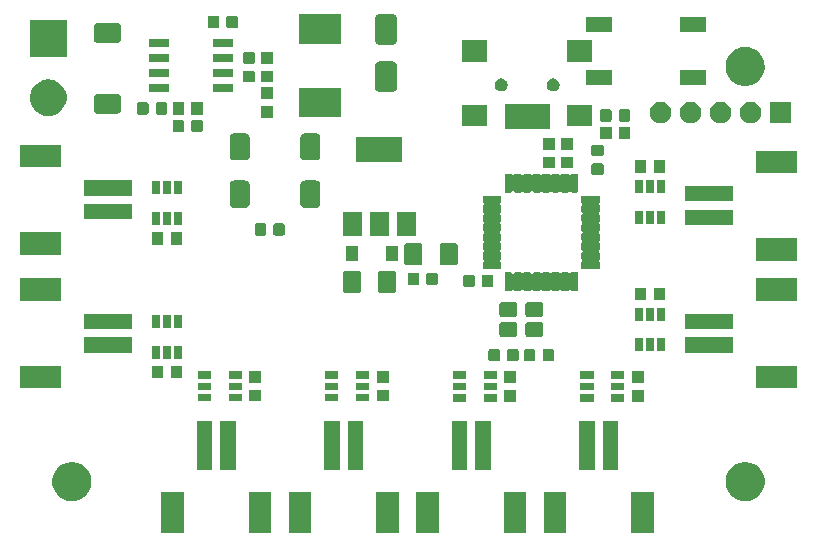
<source format=gbr>
G04 #@! TF.GenerationSoftware,KiCad,Pcbnew,5.1.6-c6e7f7d~87~ubuntu20.04.1*
G04 #@! TF.CreationDate,2020-09-01T15:12:56+02:00*
G04 #@! TF.ProjectId,UVDAR_Board,55564441-525f-4426-9f61-72642e6b6963,rev?*
G04 #@! TF.SameCoordinates,Original*
G04 #@! TF.FileFunction,Soldermask,Top*
G04 #@! TF.FilePolarity,Negative*
%FSLAX46Y46*%
G04 Gerber Fmt 4.6, Leading zero omitted, Abs format (unit mm)*
G04 Created by KiCad (PCBNEW 5.1.6-c6e7f7d~87~ubuntu20.04.1) date 2020-09-01 15:12:56*
%MOMM*%
%LPD*%
G01*
G04 APERTURE LIST*
%ADD10C,0.100000*%
G04 APERTURE END LIST*
D10*
G36*
X146267184Y-146383240D02*
G01*
X144365184Y-146383240D01*
X144365184Y-142881240D01*
X146267184Y-142881240D01*
X146267184Y-146383240D01*
G37*
G36*
X135467184Y-146383240D02*
G01*
X133565184Y-146383240D01*
X133565184Y-142881240D01*
X135467184Y-142881240D01*
X135467184Y-146383240D01*
G37*
G36*
X128067184Y-146383240D02*
G01*
X126165184Y-146383240D01*
X126165184Y-142881240D01*
X128067184Y-142881240D01*
X128067184Y-146383240D01*
G37*
G36*
X138867184Y-146383240D02*
G01*
X136965184Y-146383240D01*
X136965184Y-142881240D01*
X138867184Y-142881240D01*
X138867184Y-146383240D01*
G37*
G36*
X124671000Y-146381000D02*
G01*
X122769000Y-146381000D01*
X122769000Y-142879000D01*
X124671000Y-142879000D01*
X124671000Y-146381000D01*
G37*
G36*
X117271000Y-146381000D02*
G01*
X115369000Y-146381000D01*
X115369000Y-142879000D01*
X117271000Y-142879000D01*
X117271000Y-146381000D01*
G37*
G36*
X113871000Y-146381000D02*
G01*
X111969000Y-146381000D01*
X111969000Y-142879000D01*
X113871000Y-142879000D01*
X113871000Y-146381000D01*
G37*
G36*
X106471000Y-146381000D02*
G01*
X104569000Y-146381000D01*
X104569000Y-142879000D01*
X106471000Y-142879000D01*
X106471000Y-146381000D01*
G37*
G36*
X154375256Y-140391298D02*
G01*
X154481579Y-140412447D01*
X154782042Y-140536903D01*
X155052451Y-140717585D01*
X155282415Y-140947549D01*
X155463097Y-141217958D01*
X155587553Y-141518421D01*
X155651000Y-141837391D01*
X155651000Y-142162609D01*
X155587553Y-142481579D01*
X155463097Y-142782042D01*
X155282415Y-143052451D01*
X155052451Y-143282415D01*
X154782042Y-143463097D01*
X154481579Y-143587553D01*
X154375256Y-143608702D01*
X154162611Y-143651000D01*
X153837389Y-143651000D01*
X153624744Y-143608702D01*
X153518421Y-143587553D01*
X153217958Y-143463097D01*
X152947549Y-143282415D01*
X152717585Y-143052451D01*
X152536903Y-142782042D01*
X152412447Y-142481579D01*
X152349000Y-142162609D01*
X152349000Y-141837391D01*
X152412447Y-141518421D01*
X152536903Y-141217958D01*
X152717585Y-140947549D01*
X152947549Y-140717585D01*
X153217958Y-140536903D01*
X153518421Y-140412447D01*
X153624744Y-140391298D01*
X153837389Y-140349000D01*
X154162611Y-140349000D01*
X154375256Y-140391298D01*
G37*
G36*
X97375256Y-140391298D02*
G01*
X97481579Y-140412447D01*
X97782042Y-140536903D01*
X98052451Y-140717585D01*
X98282415Y-140947549D01*
X98463097Y-141217958D01*
X98587553Y-141518421D01*
X98651000Y-141837391D01*
X98651000Y-142162609D01*
X98587553Y-142481579D01*
X98463097Y-142782042D01*
X98282415Y-143052451D01*
X98052451Y-143282415D01*
X97782042Y-143463097D01*
X97481579Y-143587553D01*
X97375256Y-143608702D01*
X97162611Y-143651000D01*
X96837389Y-143651000D01*
X96624744Y-143608702D01*
X96518421Y-143587553D01*
X96217958Y-143463097D01*
X95947549Y-143282415D01*
X95717585Y-143052451D01*
X95536903Y-142782042D01*
X95412447Y-142481579D01*
X95349000Y-142162609D01*
X95349000Y-141837391D01*
X95412447Y-141518421D01*
X95536903Y-141217958D01*
X95717585Y-140947549D01*
X95947549Y-140717585D01*
X96217958Y-140536903D01*
X96518421Y-140412447D01*
X96624744Y-140391298D01*
X96837389Y-140349000D01*
X97162611Y-140349000D01*
X97375256Y-140391298D01*
G37*
G36*
X130467184Y-140983240D02*
G01*
X129165184Y-140983240D01*
X129165184Y-136881240D01*
X130467184Y-136881240D01*
X130467184Y-140983240D01*
G37*
G36*
X132467184Y-140983240D02*
G01*
X131165184Y-140983240D01*
X131165184Y-136881240D01*
X132467184Y-136881240D01*
X132467184Y-140983240D01*
G37*
G36*
X143267184Y-140983240D02*
G01*
X141965184Y-140983240D01*
X141965184Y-136881240D01*
X143267184Y-136881240D01*
X143267184Y-140983240D01*
G37*
G36*
X141267184Y-140983240D02*
G01*
X139965184Y-140983240D01*
X139965184Y-136881240D01*
X141267184Y-136881240D01*
X141267184Y-140983240D01*
G37*
G36*
X110871000Y-140981000D02*
G01*
X109569000Y-140981000D01*
X109569000Y-136879000D01*
X110871000Y-136879000D01*
X110871000Y-140981000D01*
G37*
G36*
X108871000Y-140981000D02*
G01*
X107569000Y-140981000D01*
X107569000Y-136879000D01*
X108871000Y-136879000D01*
X108871000Y-140981000D01*
G37*
G36*
X119671000Y-140981000D02*
G01*
X118369000Y-140981000D01*
X118369000Y-136879000D01*
X119671000Y-136879000D01*
X119671000Y-140981000D01*
G37*
G36*
X121671000Y-140981000D02*
G01*
X120369000Y-140981000D01*
X120369000Y-136879000D01*
X121671000Y-136879000D01*
X121671000Y-140981000D01*
G37*
G36*
X130367184Y-135218240D02*
G01*
X129265184Y-135218240D01*
X129265184Y-134566240D01*
X130367184Y-134566240D01*
X130367184Y-135218240D01*
G37*
G36*
X143767184Y-135218240D02*
G01*
X142665184Y-135218240D01*
X142665184Y-134566240D01*
X143767184Y-134566240D01*
X143767184Y-135218240D01*
G37*
G36*
X132967184Y-135218240D02*
G01*
X131865184Y-135218240D01*
X131865184Y-134566240D01*
X132967184Y-134566240D01*
X132967184Y-135218240D01*
G37*
G36*
X134642184Y-135218240D02*
G01*
X133590184Y-135218240D01*
X133590184Y-134241240D01*
X134642184Y-134241240D01*
X134642184Y-135218240D01*
G37*
G36*
X145442184Y-135218240D02*
G01*
X144390184Y-135218240D01*
X144390184Y-134241240D01*
X145442184Y-134241240D01*
X145442184Y-135218240D01*
G37*
G36*
X141167184Y-135218240D02*
G01*
X140065184Y-135218240D01*
X140065184Y-134566240D01*
X141167184Y-134566240D01*
X141167184Y-135218240D01*
G37*
G36*
X122171000Y-135216000D02*
G01*
X121069000Y-135216000D01*
X121069000Y-134564000D01*
X122171000Y-134564000D01*
X122171000Y-135216000D01*
G37*
G36*
X119571000Y-135216000D02*
G01*
X118469000Y-135216000D01*
X118469000Y-134564000D01*
X119571000Y-134564000D01*
X119571000Y-135216000D01*
G37*
G36*
X111371000Y-135216000D02*
G01*
X110269000Y-135216000D01*
X110269000Y-134564000D01*
X111371000Y-134564000D01*
X111371000Y-135216000D01*
G37*
G36*
X108771000Y-135216000D02*
G01*
X107669000Y-135216000D01*
X107669000Y-134564000D01*
X108771000Y-134564000D01*
X108771000Y-135216000D01*
G37*
G36*
X123846000Y-135216000D02*
G01*
X122794000Y-135216000D01*
X122794000Y-134239000D01*
X123846000Y-134239000D01*
X123846000Y-135216000D01*
G37*
G36*
X113046000Y-135216000D02*
G01*
X111994000Y-135216000D01*
X111994000Y-134239000D01*
X113046000Y-134239000D01*
X113046000Y-135216000D01*
G37*
G36*
X141167184Y-134268240D02*
G01*
X140065184Y-134268240D01*
X140065184Y-133616240D01*
X141167184Y-133616240D01*
X141167184Y-134268240D01*
G37*
G36*
X130367184Y-134268240D02*
G01*
X129265184Y-134268240D01*
X129265184Y-133616240D01*
X130367184Y-133616240D01*
X130367184Y-134268240D01*
G37*
G36*
X143767184Y-134268240D02*
G01*
X142665184Y-134268240D01*
X142665184Y-133616240D01*
X143767184Y-133616240D01*
X143767184Y-134268240D01*
G37*
G36*
X132967184Y-134268240D02*
G01*
X131865184Y-134268240D01*
X131865184Y-133616240D01*
X132967184Y-133616240D01*
X132967184Y-134268240D01*
G37*
G36*
X111371000Y-134266000D02*
G01*
X110269000Y-134266000D01*
X110269000Y-133614000D01*
X111371000Y-133614000D01*
X111371000Y-134266000D01*
G37*
G36*
X108771000Y-134266000D02*
G01*
X107669000Y-134266000D01*
X107669000Y-133614000D01*
X108771000Y-133614000D01*
X108771000Y-134266000D01*
G37*
G36*
X122171000Y-134266000D02*
G01*
X121069000Y-134266000D01*
X121069000Y-133614000D01*
X122171000Y-133614000D01*
X122171000Y-134266000D01*
G37*
G36*
X119571000Y-134266000D02*
G01*
X118469000Y-134266000D01*
X118469000Y-133614000D01*
X119571000Y-133614000D01*
X119571000Y-134266000D01*
G37*
G36*
X96116000Y-134081000D02*
G01*
X92614000Y-134081000D01*
X92614000Y-132179000D01*
X96116000Y-132179000D01*
X96116000Y-134081000D01*
G37*
G36*
X158390230Y-134079370D02*
G01*
X154888230Y-134079370D01*
X154888230Y-132177370D01*
X158390230Y-132177370D01*
X158390230Y-134079370D01*
G37*
G36*
X145442184Y-133643240D02*
G01*
X144390184Y-133643240D01*
X144390184Y-132666240D01*
X145442184Y-132666240D01*
X145442184Y-133643240D01*
G37*
G36*
X134642184Y-133643240D02*
G01*
X133590184Y-133643240D01*
X133590184Y-132666240D01*
X134642184Y-132666240D01*
X134642184Y-133643240D01*
G37*
G36*
X113046000Y-133641000D02*
G01*
X111994000Y-133641000D01*
X111994000Y-132664000D01*
X113046000Y-132664000D01*
X113046000Y-133641000D01*
G37*
G36*
X123846000Y-133641000D02*
G01*
X122794000Y-133641000D01*
X122794000Y-132664000D01*
X123846000Y-132664000D01*
X123846000Y-133641000D01*
G37*
G36*
X132967184Y-133318240D02*
G01*
X131865184Y-133318240D01*
X131865184Y-132666240D01*
X132967184Y-132666240D01*
X132967184Y-133318240D01*
G37*
G36*
X143767184Y-133318240D02*
G01*
X142665184Y-133318240D01*
X142665184Y-132666240D01*
X143767184Y-132666240D01*
X143767184Y-133318240D01*
G37*
G36*
X130367184Y-133318240D02*
G01*
X129265184Y-133318240D01*
X129265184Y-132666240D01*
X130367184Y-132666240D01*
X130367184Y-133318240D01*
G37*
G36*
X141167184Y-133318240D02*
G01*
X140065184Y-133318240D01*
X140065184Y-132666240D01*
X141167184Y-132666240D01*
X141167184Y-133318240D01*
G37*
G36*
X122171000Y-133316000D02*
G01*
X121069000Y-133316000D01*
X121069000Y-132664000D01*
X122171000Y-132664000D01*
X122171000Y-133316000D01*
G37*
G36*
X119571000Y-133316000D02*
G01*
X118469000Y-133316000D01*
X118469000Y-132664000D01*
X119571000Y-132664000D01*
X119571000Y-133316000D01*
G37*
G36*
X111371000Y-133316000D02*
G01*
X110269000Y-133316000D01*
X110269000Y-132664000D01*
X111371000Y-132664000D01*
X111371000Y-133316000D01*
G37*
G36*
X108771000Y-133316000D02*
G01*
X107669000Y-133316000D01*
X107669000Y-132664000D01*
X108771000Y-132664000D01*
X108771000Y-133316000D01*
G37*
G36*
X106331000Y-133256000D02*
G01*
X105354000Y-133256000D01*
X105354000Y-132204000D01*
X106331000Y-132204000D01*
X106331000Y-133256000D01*
G37*
G36*
X104756000Y-133256000D02*
G01*
X103779000Y-133256000D01*
X103779000Y-132204000D01*
X104756000Y-132204000D01*
X104756000Y-133256000D01*
G37*
G36*
X133104591Y-130778085D02*
G01*
X133138569Y-130788393D01*
X133169890Y-130805134D01*
X133197339Y-130827661D01*
X133219866Y-130855110D01*
X133236607Y-130886431D01*
X133246915Y-130920409D01*
X133251000Y-130961890D01*
X133251000Y-131638110D01*
X133246915Y-131679591D01*
X133236607Y-131713569D01*
X133219866Y-131744890D01*
X133197339Y-131772339D01*
X133169890Y-131794866D01*
X133138569Y-131811607D01*
X133104591Y-131821915D01*
X133063110Y-131826000D01*
X132461890Y-131826000D01*
X132420409Y-131821915D01*
X132386431Y-131811607D01*
X132355110Y-131794866D01*
X132327661Y-131772339D01*
X132305134Y-131744890D01*
X132288393Y-131713569D01*
X132278085Y-131679591D01*
X132274000Y-131638110D01*
X132274000Y-130961890D01*
X132278085Y-130920409D01*
X132288393Y-130886431D01*
X132305134Y-130855110D01*
X132327661Y-130827661D01*
X132355110Y-130805134D01*
X132386431Y-130788393D01*
X132420409Y-130778085D01*
X132461890Y-130774000D01*
X133063110Y-130774000D01*
X133104591Y-130778085D01*
G37*
G36*
X134679591Y-130778085D02*
G01*
X134713569Y-130788393D01*
X134744890Y-130805134D01*
X134772339Y-130827661D01*
X134794866Y-130855110D01*
X134811607Y-130886431D01*
X134821915Y-130920409D01*
X134826000Y-130961890D01*
X134826000Y-131638110D01*
X134821915Y-131679591D01*
X134811607Y-131713569D01*
X134794866Y-131744890D01*
X134772339Y-131772339D01*
X134744890Y-131794866D01*
X134713569Y-131811607D01*
X134679591Y-131821915D01*
X134638110Y-131826000D01*
X134036890Y-131826000D01*
X133995409Y-131821915D01*
X133961431Y-131811607D01*
X133930110Y-131794866D01*
X133902661Y-131772339D01*
X133880134Y-131744890D01*
X133863393Y-131713569D01*
X133853085Y-131679591D01*
X133849000Y-131638110D01*
X133849000Y-130961890D01*
X133853085Y-130920409D01*
X133863393Y-130886431D01*
X133880134Y-130855110D01*
X133902661Y-130827661D01*
X133930110Y-130805134D01*
X133961431Y-130788393D01*
X133995409Y-130778085D01*
X134036890Y-130774000D01*
X134638110Y-130774000D01*
X134679591Y-130778085D01*
G37*
G36*
X137679591Y-130778085D02*
G01*
X137713569Y-130788393D01*
X137744890Y-130805134D01*
X137772339Y-130827661D01*
X137794866Y-130855110D01*
X137811607Y-130886431D01*
X137821915Y-130920409D01*
X137826000Y-130961890D01*
X137826000Y-131638110D01*
X137821915Y-131679591D01*
X137811607Y-131713569D01*
X137794866Y-131744890D01*
X137772339Y-131772339D01*
X137744890Y-131794866D01*
X137713569Y-131811607D01*
X137679591Y-131821915D01*
X137638110Y-131826000D01*
X137036890Y-131826000D01*
X136995409Y-131821915D01*
X136961431Y-131811607D01*
X136930110Y-131794866D01*
X136902661Y-131772339D01*
X136880134Y-131744890D01*
X136863393Y-131713569D01*
X136853085Y-131679591D01*
X136849000Y-131638110D01*
X136849000Y-130961890D01*
X136853085Y-130920409D01*
X136863393Y-130886431D01*
X136880134Y-130855110D01*
X136902661Y-130827661D01*
X136930110Y-130805134D01*
X136961431Y-130788393D01*
X136995409Y-130778085D01*
X137036890Y-130774000D01*
X137638110Y-130774000D01*
X137679591Y-130778085D01*
G37*
G36*
X136104591Y-130778085D02*
G01*
X136138569Y-130788393D01*
X136169890Y-130805134D01*
X136197339Y-130827661D01*
X136219866Y-130855110D01*
X136236607Y-130886431D01*
X136246915Y-130920409D01*
X136251000Y-130961890D01*
X136251000Y-131638110D01*
X136246915Y-131679591D01*
X136236607Y-131713569D01*
X136219866Y-131744890D01*
X136197339Y-131772339D01*
X136169890Y-131794866D01*
X136138569Y-131811607D01*
X136104591Y-131821915D01*
X136063110Y-131826000D01*
X135461890Y-131826000D01*
X135420409Y-131821915D01*
X135386431Y-131811607D01*
X135355110Y-131794866D01*
X135327661Y-131772339D01*
X135305134Y-131744890D01*
X135288393Y-131713569D01*
X135278085Y-131679591D01*
X135274000Y-131638110D01*
X135274000Y-130961890D01*
X135278085Y-130920409D01*
X135288393Y-130886431D01*
X135305134Y-130855110D01*
X135327661Y-130827661D01*
X135355110Y-130805134D01*
X135386431Y-130788393D01*
X135420409Y-130778085D01*
X135461890Y-130774000D01*
X136063110Y-130774000D01*
X136104591Y-130778085D01*
G37*
G36*
X105381000Y-131581000D02*
G01*
X104729000Y-131581000D01*
X104729000Y-130479000D01*
X105381000Y-130479000D01*
X105381000Y-131581000D01*
G37*
G36*
X104431000Y-131581000D02*
G01*
X103779000Y-131581000D01*
X103779000Y-130479000D01*
X104431000Y-130479000D01*
X104431000Y-131581000D01*
G37*
G36*
X106331000Y-131581000D02*
G01*
X105679000Y-131581000D01*
X105679000Y-130479000D01*
X106331000Y-130479000D01*
X106331000Y-131581000D01*
G37*
G36*
X102116000Y-131081000D02*
G01*
X98014000Y-131081000D01*
X98014000Y-129779000D01*
X102116000Y-129779000D01*
X102116000Y-131081000D01*
G37*
G36*
X152990230Y-131079370D02*
G01*
X148888230Y-131079370D01*
X148888230Y-129777370D01*
X152990230Y-129777370D01*
X152990230Y-131079370D01*
G37*
G36*
X147225230Y-130979370D02*
G01*
X146573230Y-130979370D01*
X146573230Y-129877370D01*
X147225230Y-129877370D01*
X147225230Y-130979370D01*
G37*
G36*
X146275230Y-130979370D02*
G01*
X145623230Y-130979370D01*
X145623230Y-129877370D01*
X146275230Y-129877370D01*
X146275230Y-130979370D01*
G37*
G36*
X145325230Y-130979370D02*
G01*
X144673230Y-130979370D01*
X144673230Y-129877370D01*
X145325230Y-129877370D01*
X145325230Y-130979370D01*
G37*
G36*
X136689192Y-128484646D02*
G01*
X136738414Y-128499578D01*
X136783778Y-128523826D01*
X136823542Y-128556458D01*
X136856174Y-128596222D01*
X136880422Y-128641586D01*
X136895354Y-128690808D01*
X136901000Y-128748140D01*
X136901000Y-129511860D01*
X136895354Y-129569192D01*
X136880422Y-129618414D01*
X136856174Y-129663778D01*
X136823542Y-129703542D01*
X136783778Y-129736174D01*
X136738414Y-129760422D01*
X136689192Y-129775354D01*
X136631860Y-129781000D01*
X135668140Y-129781000D01*
X135610808Y-129775354D01*
X135561586Y-129760422D01*
X135516222Y-129736174D01*
X135476458Y-129703542D01*
X135443826Y-129663778D01*
X135419578Y-129618414D01*
X135404646Y-129569192D01*
X135399000Y-129511860D01*
X135399000Y-128748140D01*
X135404646Y-128690808D01*
X135419578Y-128641586D01*
X135443826Y-128596222D01*
X135476458Y-128556458D01*
X135516222Y-128523826D01*
X135561586Y-128499578D01*
X135610808Y-128484646D01*
X135668140Y-128479000D01*
X136631860Y-128479000D01*
X136689192Y-128484646D01*
G37*
G36*
X134489192Y-128484646D02*
G01*
X134538414Y-128499578D01*
X134583778Y-128523826D01*
X134623542Y-128556458D01*
X134656174Y-128596222D01*
X134680422Y-128641586D01*
X134695354Y-128690808D01*
X134701000Y-128748140D01*
X134701000Y-129511860D01*
X134695354Y-129569192D01*
X134680422Y-129618414D01*
X134656174Y-129663778D01*
X134623542Y-129703542D01*
X134583778Y-129736174D01*
X134538414Y-129760422D01*
X134489192Y-129775354D01*
X134431860Y-129781000D01*
X133468140Y-129781000D01*
X133410808Y-129775354D01*
X133361586Y-129760422D01*
X133316222Y-129736174D01*
X133276458Y-129703542D01*
X133243826Y-129663778D01*
X133219578Y-129618414D01*
X133204646Y-129569192D01*
X133199000Y-129511860D01*
X133199000Y-128748140D01*
X133204646Y-128690808D01*
X133219578Y-128641586D01*
X133243826Y-128596222D01*
X133276458Y-128556458D01*
X133316222Y-128523826D01*
X133361586Y-128499578D01*
X133410808Y-128484646D01*
X133468140Y-128479000D01*
X134431860Y-128479000D01*
X134489192Y-128484646D01*
G37*
G36*
X102116000Y-129081000D02*
G01*
X98014000Y-129081000D01*
X98014000Y-127779000D01*
X102116000Y-127779000D01*
X102116000Y-129081000D01*
G37*
G36*
X152990230Y-129079370D02*
G01*
X148888230Y-129079370D01*
X148888230Y-127777370D01*
X152990230Y-127777370D01*
X152990230Y-129079370D01*
G37*
G36*
X106331000Y-128981000D02*
G01*
X105679000Y-128981000D01*
X105679000Y-127879000D01*
X106331000Y-127879000D01*
X106331000Y-128981000D01*
G37*
G36*
X105381000Y-128981000D02*
G01*
X104729000Y-128981000D01*
X104729000Y-127879000D01*
X105381000Y-127879000D01*
X105381000Y-128981000D01*
G37*
G36*
X104431000Y-128981000D02*
G01*
X103779000Y-128981000D01*
X103779000Y-127879000D01*
X104431000Y-127879000D01*
X104431000Y-128981000D01*
G37*
G36*
X145325230Y-128379370D02*
G01*
X144673230Y-128379370D01*
X144673230Y-127277370D01*
X145325230Y-127277370D01*
X145325230Y-128379370D01*
G37*
G36*
X146275230Y-128379370D02*
G01*
X145623230Y-128379370D01*
X145623230Y-127277370D01*
X146275230Y-127277370D01*
X146275230Y-128379370D01*
G37*
G36*
X147225230Y-128379370D02*
G01*
X146573230Y-128379370D01*
X146573230Y-127277370D01*
X147225230Y-127277370D01*
X147225230Y-128379370D01*
G37*
G36*
X136689192Y-126784646D02*
G01*
X136738414Y-126799578D01*
X136783778Y-126823826D01*
X136823542Y-126856458D01*
X136856174Y-126896222D01*
X136880422Y-126941586D01*
X136895354Y-126990808D01*
X136901000Y-127048140D01*
X136901000Y-127811860D01*
X136895354Y-127869192D01*
X136880422Y-127918414D01*
X136856174Y-127963778D01*
X136823542Y-128003542D01*
X136783778Y-128036174D01*
X136738414Y-128060422D01*
X136689192Y-128075354D01*
X136631860Y-128081000D01*
X135668140Y-128081000D01*
X135610808Y-128075354D01*
X135561586Y-128060422D01*
X135516222Y-128036174D01*
X135476458Y-128003542D01*
X135443826Y-127963778D01*
X135419578Y-127918414D01*
X135404646Y-127869192D01*
X135399000Y-127811860D01*
X135399000Y-127048140D01*
X135404646Y-126990808D01*
X135419578Y-126941586D01*
X135443826Y-126896222D01*
X135476458Y-126856458D01*
X135516222Y-126823826D01*
X135561586Y-126799578D01*
X135610808Y-126784646D01*
X135668140Y-126779000D01*
X136631860Y-126779000D01*
X136689192Y-126784646D01*
G37*
G36*
X134489192Y-126784646D02*
G01*
X134538414Y-126799578D01*
X134583778Y-126823826D01*
X134623542Y-126856458D01*
X134656174Y-126896222D01*
X134680422Y-126941586D01*
X134695354Y-126990808D01*
X134701000Y-127048140D01*
X134701000Y-127811860D01*
X134695354Y-127869192D01*
X134680422Y-127918414D01*
X134656174Y-127963778D01*
X134623542Y-128003542D01*
X134583778Y-128036174D01*
X134538414Y-128060422D01*
X134489192Y-128075354D01*
X134431860Y-128081000D01*
X133468140Y-128081000D01*
X133410808Y-128075354D01*
X133361586Y-128060422D01*
X133316222Y-128036174D01*
X133276458Y-128003542D01*
X133243826Y-127963778D01*
X133219578Y-127918414D01*
X133204646Y-127869192D01*
X133199000Y-127811860D01*
X133199000Y-127048140D01*
X133204646Y-126990808D01*
X133219578Y-126941586D01*
X133243826Y-126896222D01*
X133276458Y-126856458D01*
X133316222Y-126823826D01*
X133361586Y-126799578D01*
X133410808Y-126784646D01*
X133468140Y-126779000D01*
X134431860Y-126779000D01*
X134489192Y-126784646D01*
G37*
G36*
X96116000Y-126681000D02*
G01*
X92614000Y-126681000D01*
X92614000Y-124779000D01*
X96116000Y-124779000D01*
X96116000Y-126681000D01*
G37*
G36*
X158390230Y-126679370D02*
G01*
X154888230Y-126679370D01*
X154888230Y-124777370D01*
X158390230Y-124777370D01*
X158390230Y-126679370D01*
G37*
G36*
X145650230Y-126654370D02*
G01*
X144673230Y-126654370D01*
X144673230Y-125602370D01*
X145650230Y-125602370D01*
X145650230Y-126654370D01*
G37*
G36*
X147225230Y-126654370D02*
G01*
X146248230Y-126654370D01*
X146248230Y-125602370D01*
X147225230Y-125602370D01*
X147225230Y-126654370D01*
G37*
G36*
X124320562Y-124168181D02*
G01*
X124355481Y-124178774D01*
X124387663Y-124195976D01*
X124415873Y-124219127D01*
X124439024Y-124247337D01*
X124456226Y-124279519D01*
X124466819Y-124314438D01*
X124471000Y-124356895D01*
X124471000Y-125823105D01*
X124466819Y-125865562D01*
X124456226Y-125900481D01*
X124439024Y-125932663D01*
X124415873Y-125960873D01*
X124387663Y-125984024D01*
X124355481Y-126001226D01*
X124320562Y-126011819D01*
X124278105Y-126016000D01*
X123136895Y-126016000D01*
X123094438Y-126011819D01*
X123059519Y-126001226D01*
X123027337Y-125984024D01*
X122999127Y-125960873D01*
X122975976Y-125932663D01*
X122958774Y-125900481D01*
X122948181Y-125865562D01*
X122944000Y-125823105D01*
X122944000Y-124356895D01*
X122948181Y-124314438D01*
X122958774Y-124279519D01*
X122975976Y-124247337D01*
X122999127Y-124219127D01*
X123027337Y-124195976D01*
X123059519Y-124178774D01*
X123094438Y-124168181D01*
X123136895Y-124164000D01*
X124278105Y-124164000D01*
X124320562Y-124168181D01*
G37*
G36*
X121345562Y-124168181D02*
G01*
X121380481Y-124178774D01*
X121412663Y-124195976D01*
X121440873Y-124219127D01*
X121464024Y-124247337D01*
X121481226Y-124279519D01*
X121491819Y-124314438D01*
X121496000Y-124356895D01*
X121496000Y-125823105D01*
X121491819Y-125865562D01*
X121481226Y-125900481D01*
X121464024Y-125932663D01*
X121440873Y-125960873D01*
X121412663Y-125984024D01*
X121380481Y-126001226D01*
X121345562Y-126011819D01*
X121303105Y-126016000D01*
X120161895Y-126016000D01*
X120119438Y-126011819D01*
X120084519Y-126001226D01*
X120052337Y-125984024D01*
X120024127Y-125960873D01*
X120000976Y-125932663D01*
X119983774Y-125900481D01*
X119973181Y-125865562D01*
X119969000Y-125823105D01*
X119969000Y-124356895D01*
X119973181Y-124314438D01*
X119983774Y-124279519D01*
X120000976Y-124247337D01*
X120024127Y-124219127D01*
X120052337Y-124195976D01*
X120084519Y-124178774D01*
X120119438Y-124168181D01*
X120161895Y-124164000D01*
X121303105Y-124164000D01*
X121345562Y-124168181D01*
G37*
G36*
X134180051Y-124276284D02*
G01*
X134196443Y-124281257D01*
X134211555Y-124289334D01*
X134224798Y-124300202D01*
X134235667Y-124313447D01*
X134239761Y-124321106D01*
X134253374Y-124341480D01*
X134270701Y-124358807D01*
X134291076Y-124372421D01*
X134313714Y-124381798D01*
X134337748Y-124386579D01*
X134362252Y-124386579D01*
X134386285Y-124381799D01*
X134408924Y-124372421D01*
X134429298Y-124358808D01*
X134446625Y-124341481D01*
X134460239Y-124321106D01*
X134464333Y-124313447D01*
X134475202Y-124300202D01*
X134488445Y-124289334D01*
X134503557Y-124281257D01*
X134519949Y-124276284D01*
X134543141Y-124274000D01*
X134956859Y-124274000D01*
X134980051Y-124276284D01*
X134996443Y-124281257D01*
X135011555Y-124289334D01*
X135024798Y-124300202D01*
X135035667Y-124313447D01*
X135039761Y-124321106D01*
X135053374Y-124341480D01*
X135070701Y-124358807D01*
X135091076Y-124372421D01*
X135113714Y-124381798D01*
X135137748Y-124386579D01*
X135162252Y-124386579D01*
X135186285Y-124381799D01*
X135208924Y-124372421D01*
X135229298Y-124358808D01*
X135246625Y-124341481D01*
X135260239Y-124321106D01*
X135264333Y-124313447D01*
X135275202Y-124300202D01*
X135288445Y-124289334D01*
X135303557Y-124281257D01*
X135319949Y-124276284D01*
X135343141Y-124274000D01*
X135756859Y-124274000D01*
X135780051Y-124276284D01*
X135796443Y-124281257D01*
X135811555Y-124289334D01*
X135824798Y-124300202D01*
X135835667Y-124313447D01*
X135839761Y-124321106D01*
X135853374Y-124341480D01*
X135870701Y-124358807D01*
X135891076Y-124372421D01*
X135913714Y-124381798D01*
X135937748Y-124386579D01*
X135962252Y-124386579D01*
X135986285Y-124381799D01*
X136008924Y-124372421D01*
X136029298Y-124358808D01*
X136046625Y-124341481D01*
X136060239Y-124321106D01*
X136064333Y-124313447D01*
X136075202Y-124300202D01*
X136088445Y-124289334D01*
X136103557Y-124281257D01*
X136119949Y-124276284D01*
X136143141Y-124274000D01*
X136556859Y-124274000D01*
X136580051Y-124276284D01*
X136596443Y-124281257D01*
X136611555Y-124289334D01*
X136624798Y-124300202D01*
X136635667Y-124313447D01*
X136639761Y-124321106D01*
X136653374Y-124341480D01*
X136670701Y-124358807D01*
X136691076Y-124372421D01*
X136713714Y-124381798D01*
X136737748Y-124386579D01*
X136762252Y-124386579D01*
X136786285Y-124381799D01*
X136808924Y-124372421D01*
X136829298Y-124358808D01*
X136846625Y-124341481D01*
X136860239Y-124321106D01*
X136864333Y-124313447D01*
X136875202Y-124300202D01*
X136888445Y-124289334D01*
X136903557Y-124281257D01*
X136919949Y-124276284D01*
X136943141Y-124274000D01*
X137356859Y-124274000D01*
X137380051Y-124276284D01*
X137396443Y-124281257D01*
X137411555Y-124289334D01*
X137424798Y-124300202D01*
X137435667Y-124313447D01*
X137439761Y-124321106D01*
X137453374Y-124341480D01*
X137470701Y-124358807D01*
X137491076Y-124372421D01*
X137513714Y-124381798D01*
X137537748Y-124386579D01*
X137562252Y-124386579D01*
X137586285Y-124381799D01*
X137608924Y-124372421D01*
X137629298Y-124358808D01*
X137646625Y-124341481D01*
X137660239Y-124321106D01*
X137664333Y-124313447D01*
X137675202Y-124300202D01*
X137688445Y-124289334D01*
X137703557Y-124281257D01*
X137719949Y-124276284D01*
X137743141Y-124274000D01*
X138156859Y-124274000D01*
X138180051Y-124276284D01*
X138196443Y-124281257D01*
X138211555Y-124289334D01*
X138224798Y-124300202D01*
X138235667Y-124313447D01*
X138239761Y-124321106D01*
X138253374Y-124341480D01*
X138270701Y-124358807D01*
X138291076Y-124372421D01*
X138313714Y-124381798D01*
X138337748Y-124386579D01*
X138362252Y-124386579D01*
X138386285Y-124381799D01*
X138408924Y-124372421D01*
X138429298Y-124358808D01*
X138446625Y-124341481D01*
X138460239Y-124321106D01*
X138464333Y-124313447D01*
X138475202Y-124300202D01*
X138488445Y-124289334D01*
X138503557Y-124281257D01*
X138519949Y-124276284D01*
X138543141Y-124274000D01*
X138956859Y-124274000D01*
X138980051Y-124276284D01*
X138996443Y-124281257D01*
X139011555Y-124289334D01*
X139024798Y-124300202D01*
X139035667Y-124313447D01*
X139039761Y-124321106D01*
X139053374Y-124341480D01*
X139070701Y-124358807D01*
X139091076Y-124372421D01*
X139113714Y-124381798D01*
X139137748Y-124386579D01*
X139162252Y-124386579D01*
X139186285Y-124381799D01*
X139208924Y-124372421D01*
X139229298Y-124358808D01*
X139246625Y-124341481D01*
X139260239Y-124321106D01*
X139264333Y-124313447D01*
X139275202Y-124300202D01*
X139288445Y-124289334D01*
X139303557Y-124281257D01*
X139319949Y-124276284D01*
X139343141Y-124274000D01*
X139756859Y-124274000D01*
X139780051Y-124276284D01*
X139796443Y-124281257D01*
X139811555Y-124289334D01*
X139824798Y-124300202D01*
X139835666Y-124313445D01*
X139843743Y-124328557D01*
X139848716Y-124344949D01*
X139851000Y-124368141D01*
X139851000Y-125781859D01*
X139848716Y-125805051D01*
X139843743Y-125821443D01*
X139835666Y-125836555D01*
X139824798Y-125849798D01*
X139811555Y-125860666D01*
X139796443Y-125868743D01*
X139780051Y-125873716D01*
X139756859Y-125876000D01*
X139343141Y-125876000D01*
X139319949Y-125873716D01*
X139303557Y-125868743D01*
X139288445Y-125860666D01*
X139275202Y-125849798D01*
X139264333Y-125836553D01*
X139260239Y-125828894D01*
X139246626Y-125808520D01*
X139229299Y-125791193D01*
X139208924Y-125777579D01*
X139186286Y-125768202D01*
X139162252Y-125763421D01*
X139137748Y-125763421D01*
X139113715Y-125768201D01*
X139091076Y-125777579D01*
X139070702Y-125791192D01*
X139053375Y-125808519D01*
X139039761Y-125828894D01*
X139035667Y-125836553D01*
X139024798Y-125849798D01*
X139011555Y-125860666D01*
X138996443Y-125868743D01*
X138980051Y-125873716D01*
X138956859Y-125876000D01*
X138543141Y-125876000D01*
X138519949Y-125873716D01*
X138503557Y-125868743D01*
X138488445Y-125860666D01*
X138475202Y-125849798D01*
X138464333Y-125836553D01*
X138460239Y-125828894D01*
X138446626Y-125808520D01*
X138429299Y-125791193D01*
X138408924Y-125777579D01*
X138386286Y-125768202D01*
X138362252Y-125763421D01*
X138337748Y-125763421D01*
X138313715Y-125768201D01*
X138291076Y-125777579D01*
X138270702Y-125791192D01*
X138253375Y-125808519D01*
X138239761Y-125828894D01*
X138235667Y-125836553D01*
X138224798Y-125849798D01*
X138211555Y-125860666D01*
X138196443Y-125868743D01*
X138180051Y-125873716D01*
X138156859Y-125876000D01*
X137743141Y-125876000D01*
X137719949Y-125873716D01*
X137703557Y-125868743D01*
X137688445Y-125860666D01*
X137675202Y-125849798D01*
X137664333Y-125836553D01*
X137660239Y-125828894D01*
X137646626Y-125808520D01*
X137629299Y-125791193D01*
X137608924Y-125777579D01*
X137586286Y-125768202D01*
X137562252Y-125763421D01*
X137537748Y-125763421D01*
X137513715Y-125768201D01*
X137491076Y-125777579D01*
X137470702Y-125791192D01*
X137453375Y-125808519D01*
X137439761Y-125828894D01*
X137435667Y-125836553D01*
X137424798Y-125849798D01*
X137411555Y-125860666D01*
X137396443Y-125868743D01*
X137380051Y-125873716D01*
X137356859Y-125876000D01*
X136943141Y-125876000D01*
X136919949Y-125873716D01*
X136903557Y-125868743D01*
X136888445Y-125860666D01*
X136875202Y-125849798D01*
X136864333Y-125836553D01*
X136860239Y-125828894D01*
X136846626Y-125808520D01*
X136829299Y-125791193D01*
X136808924Y-125777579D01*
X136786286Y-125768202D01*
X136762252Y-125763421D01*
X136737748Y-125763421D01*
X136713715Y-125768201D01*
X136691076Y-125777579D01*
X136670702Y-125791192D01*
X136653375Y-125808519D01*
X136639761Y-125828894D01*
X136635667Y-125836553D01*
X136624798Y-125849798D01*
X136611555Y-125860666D01*
X136596443Y-125868743D01*
X136580051Y-125873716D01*
X136556859Y-125876000D01*
X136143141Y-125876000D01*
X136119949Y-125873716D01*
X136103557Y-125868743D01*
X136088445Y-125860666D01*
X136075202Y-125849798D01*
X136064333Y-125836553D01*
X136060239Y-125828894D01*
X136046626Y-125808520D01*
X136029299Y-125791193D01*
X136008924Y-125777579D01*
X135986286Y-125768202D01*
X135962252Y-125763421D01*
X135937748Y-125763421D01*
X135913715Y-125768201D01*
X135891076Y-125777579D01*
X135870702Y-125791192D01*
X135853375Y-125808519D01*
X135839761Y-125828894D01*
X135835667Y-125836553D01*
X135824798Y-125849798D01*
X135811555Y-125860666D01*
X135796443Y-125868743D01*
X135780051Y-125873716D01*
X135756859Y-125876000D01*
X135343141Y-125876000D01*
X135319949Y-125873716D01*
X135303557Y-125868743D01*
X135288445Y-125860666D01*
X135275202Y-125849798D01*
X135264333Y-125836553D01*
X135260239Y-125828894D01*
X135246626Y-125808520D01*
X135229299Y-125791193D01*
X135208924Y-125777579D01*
X135186286Y-125768202D01*
X135162252Y-125763421D01*
X135137748Y-125763421D01*
X135113715Y-125768201D01*
X135091076Y-125777579D01*
X135070702Y-125791192D01*
X135053375Y-125808519D01*
X135039761Y-125828894D01*
X135035667Y-125836553D01*
X135024798Y-125849798D01*
X135011555Y-125860666D01*
X134996443Y-125868743D01*
X134980051Y-125873716D01*
X134956859Y-125876000D01*
X134543141Y-125876000D01*
X134519949Y-125873716D01*
X134503557Y-125868743D01*
X134488445Y-125860666D01*
X134475202Y-125849798D01*
X134464333Y-125836553D01*
X134460239Y-125828894D01*
X134446626Y-125808520D01*
X134429299Y-125791193D01*
X134408924Y-125777579D01*
X134386286Y-125768202D01*
X134362252Y-125763421D01*
X134337748Y-125763421D01*
X134313715Y-125768201D01*
X134291076Y-125777579D01*
X134270702Y-125791192D01*
X134253375Y-125808519D01*
X134239761Y-125828894D01*
X134235667Y-125836553D01*
X134224798Y-125849798D01*
X134211555Y-125860666D01*
X134196443Y-125868743D01*
X134180051Y-125873716D01*
X134156859Y-125876000D01*
X133743141Y-125876000D01*
X133719949Y-125873716D01*
X133703557Y-125868743D01*
X133688445Y-125860666D01*
X133675202Y-125849798D01*
X133664334Y-125836555D01*
X133656257Y-125821443D01*
X133651284Y-125805051D01*
X133649000Y-125781859D01*
X133649000Y-124368141D01*
X133651284Y-124344949D01*
X133656257Y-124328557D01*
X133664334Y-124313445D01*
X133675202Y-124300202D01*
X133688445Y-124289334D01*
X133703557Y-124281257D01*
X133719949Y-124276284D01*
X133743141Y-124274000D01*
X134156859Y-124274000D01*
X134180051Y-124276284D01*
G37*
G36*
X132529591Y-124478085D02*
G01*
X132563569Y-124488393D01*
X132594890Y-124505134D01*
X132622339Y-124527661D01*
X132644866Y-124555110D01*
X132661607Y-124586431D01*
X132671915Y-124620409D01*
X132676000Y-124661890D01*
X132676000Y-125338110D01*
X132671915Y-125379591D01*
X132661607Y-125413569D01*
X132644866Y-125444890D01*
X132622339Y-125472339D01*
X132594890Y-125494866D01*
X132563569Y-125511607D01*
X132529591Y-125521915D01*
X132488110Y-125526000D01*
X131886890Y-125526000D01*
X131845409Y-125521915D01*
X131811431Y-125511607D01*
X131780110Y-125494866D01*
X131752661Y-125472339D01*
X131730134Y-125444890D01*
X131713393Y-125413569D01*
X131703085Y-125379591D01*
X131699000Y-125338110D01*
X131699000Y-124661890D01*
X131703085Y-124620409D01*
X131713393Y-124586431D01*
X131730134Y-124555110D01*
X131752661Y-124527661D01*
X131780110Y-124505134D01*
X131811431Y-124488393D01*
X131845409Y-124478085D01*
X131886890Y-124474000D01*
X132488110Y-124474000D01*
X132529591Y-124478085D01*
G37*
G36*
X130954591Y-124478085D02*
G01*
X130988569Y-124488393D01*
X131019890Y-124505134D01*
X131047339Y-124527661D01*
X131069866Y-124555110D01*
X131086607Y-124586431D01*
X131096915Y-124620409D01*
X131101000Y-124661890D01*
X131101000Y-125338110D01*
X131096915Y-125379591D01*
X131086607Y-125413569D01*
X131069866Y-125444890D01*
X131047339Y-125472339D01*
X131019890Y-125494866D01*
X130988569Y-125511607D01*
X130954591Y-125521915D01*
X130913110Y-125526000D01*
X130311890Y-125526000D01*
X130270409Y-125521915D01*
X130236431Y-125511607D01*
X130205110Y-125494866D01*
X130177661Y-125472339D01*
X130155134Y-125444890D01*
X130138393Y-125413569D01*
X130128085Y-125379591D01*
X130124000Y-125338110D01*
X130124000Y-124661890D01*
X130128085Y-124620409D01*
X130138393Y-124586431D01*
X130155134Y-124555110D01*
X130177661Y-124527661D01*
X130205110Y-124505134D01*
X130236431Y-124488393D01*
X130270409Y-124478085D01*
X130311890Y-124474000D01*
X130913110Y-124474000D01*
X130954591Y-124478085D01*
G37*
G36*
X127839591Y-124318085D02*
G01*
X127873569Y-124328393D01*
X127904890Y-124345134D01*
X127932339Y-124367661D01*
X127954866Y-124395110D01*
X127971607Y-124426431D01*
X127981915Y-124460409D01*
X127986000Y-124501890D01*
X127986000Y-125178110D01*
X127981915Y-125219591D01*
X127971607Y-125253569D01*
X127954866Y-125284890D01*
X127932339Y-125312339D01*
X127904890Y-125334866D01*
X127873569Y-125351607D01*
X127839591Y-125361915D01*
X127798110Y-125366000D01*
X127196890Y-125366000D01*
X127155409Y-125361915D01*
X127121431Y-125351607D01*
X127090110Y-125334866D01*
X127062661Y-125312339D01*
X127040134Y-125284890D01*
X127023393Y-125253569D01*
X127013085Y-125219591D01*
X127009000Y-125178110D01*
X127009000Y-124501890D01*
X127013085Y-124460409D01*
X127023393Y-124426431D01*
X127040134Y-124395110D01*
X127062661Y-124367661D01*
X127090110Y-124345134D01*
X127121431Y-124328393D01*
X127155409Y-124318085D01*
X127196890Y-124314000D01*
X127798110Y-124314000D01*
X127839591Y-124318085D01*
G37*
G36*
X126264591Y-124318085D02*
G01*
X126298569Y-124328393D01*
X126329890Y-124345134D01*
X126357339Y-124367661D01*
X126379866Y-124395110D01*
X126396607Y-124426431D01*
X126406915Y-124460409D01*
X126411000Y-124501890D01*
X126411000Y-125178110D01*
X126406915Y-125219591D01*
X126396607Y-125253569D01*
X126379866Y-125284890D01*
X126357339Y-125312339D01*
X126329890Y-125334866D01*
X126298569Y-125351607D01*
X126264591Y-125361915D01*
X126223110Y-125366000D01*
X125621890Y-125366000D01*
X125580409Y-125361915D01*
X125546431Y-125351607D01*
X125515110Y-125334866D01*
X125487661Y-125312339D01*
X125465134Y-125284890D01*
X125448393Y-125253569D01*
X125438085Y-125219591D01*
X125434000Y-125178110D01*
X125434000Y-124501890D01*
X125438085Y-124460409D01*
X125448393Y-124426431D01*
X125465134Y-124395110D01*
X125487661Y-124367661D01*
X125515110Y-124345134D01*
X125546431Y-124328393D01*
X125580409Y-124318085D01*
X125621890Y-124314000D01*
X126223110Y-124314000D01*
X126264591Y-124318085D01*
G37*
G36*
X141655051Y-117801284D02*
G01*
X141671443Y-117806257D01*
X141686555Y-117814334D01*
X141699798Y-117825202D01*
X141710666Y-117838445D01*
X141718743Y-117853557D01*
X141723716Y-117869949D01*
X141726000Y-117893141D01*
X141726000Y-118306859D01*
X141723716Y-118330051D01*
X141718743Y-118346443D01*
X141710666Y-118361555D01*
X141699798Y-118374798D01*
X141686553Y-118385667D01*
X141678894Y-118389761D01*
X141658520Y-118403374D01*
X141641193Y-118420701D01*
X141627579Y-118441076D01*
X141618202Y-118463714D01*
X141613421Y-118487748D01*
X141613421Y-118512252D01*
X141618201Y-118536285D01*
X141627579Y-118558924D01*
X141641192Y-118579298D01*
X141658519Y-118596625D01*
X141678894Y-118610239D01*
X141686553Y-118614333D01*
X141699798Y-118625202D01*
X141710666Y-118638445D01*
X141718743Y-118653557D01*
X141723716Y-118669949D01*
X141726000Y-118693141D01*
X141726000Y-119106859D01*
X141723716Y-119130051D01*
X141718743Y-119146443D01*
X141710666Y-119161555D01*
X141699798Y-119174798D01*
X141686553Y-119185667D01*
X141678894Y-119189761D01*
X141658520Y-119203374D01*
X141641193Y-119220701D01*
X141627579Y-119241076D01*
X141618202Y-119263714D01*
X141613421Y-119287748D01*
X141613421Y-119312252D01*
X141618201Y-119336285D01*
X141627579Y-119358924D01*
X141641192Y-119379298D01*
X141658519Y-119396625D01*
X141678894Y-119410239D01*
X141686553Y-119414333D01*
X141699798Y-119425202D01*
X141710666Y-119438445D01*
X141718743Y-119453557D01*
X141723716Y-119469949D01*
X141726000Y-119493141D01*
X141726000Y-119906859D01*
X141723716Y-119930051D01*
X141718743Y-119946443D01*
X141710666Y-119961555D01*
X141699798Y-119974798D01*
X141686553Y-119985667D01*
X141678894Y-119989761D01*
X141658520Y-120003374D01*
X141641193Y-120020701D01*
X141627579Y-120041076D01*
X141618202Y-120063714D01*
X141613421Y-120087748D01*
X141613421Y-120112252D01*
X141618201Y-120136285D01*
X141627579Y-120158924D01*
X141641192Y-120179298D01*
X141658519Y-120196625D01*
X141678894Y-120210239D01*
X141686553Y-120214333D01*
X141699798Y-120225202D01*
X141710666Y-120238445D01*
X141718743Y-120253557D01*
X141723716Y-120269949D01*
X141726000Y-120293141D01*
X141726000Y-120706859D01*
X141723716Y-120730051D01*
X141718743Y-120746443D01*
X141710666Y-120761555D01*
X141699798Y-120774798D01*
X141686553Y-120785667D01*
X141678894Y-120789761D01*
X141658520Y-120803374D01*
X141641193Y-120820701D01*
X141627579Y-120841076D01*
X141618202Y-120863714D01*
X141613421Y-120887748D01*
X141613421Y-120912252D01*
X141618201Y-120936285D01*
X141627579Y-120958924D01*
X141641192Y-120979298D01*
X141658519Y-120996625D01*
X141678894Y-121010239D01*
X141686553Y-121014333D01*
X141699798Y-121025202D01*
X141710666Y-121038445D01*
X141718743Y-121053557D01*
X141723716Y-121069949D01*
X141726000Y-121093141D01*
X141726000Y-121506859D01*
X141723716Y-121530051D01*
X141718743Y-121546443D01*
X141710666Y-121561555D01*
X141699798Y-121574798D01*
X141686553Y-121585667D01*
X141678894Y-121589761D01*
X141658520Y-121603374D01*
X141641193Y-121620701D01*
X141627579Y-121641076D01*
X141618202Y-121663714D01*
X141613421Y-121687748D01*
X141613421Y-121712252D01*
X141618201Y-121736285D01*
X141627579Y-121758924D01*
X141641192Y-121779298D01*
X141658519Y-121796625D01*
X141678894Y-121810239D01*
X141686553Y-121814333D01*
X141699798Y-121825202D01*
X141710666Y-121838445D01*
X141718743Y-121853557D01*
X141723716Y-121869949D01*
X141726000Y-121893141D01*
X141726000Y-122306859D01*
X141723716Y-122330051D01*
X141718743Y-122346443D01*
X141710666Y-122361555D01*
X141699798Y-122374798D01*
X141686553Y-122385667D01*
X141678894Y-122389761D01*
X141658520Y-122403374D01*
X141641193Y-122420701D01*
X141627579Y-122441076D01*
X141618202Y-122463714D01*
X141613421Y-122487748D01*
X141613421Y-122512252D01*
X141618201Y-122536285D01*
X141627579Y-122558924D01*
X141641192Y-122579298D01*
X141658519Y-122596625D01*
X141678894Y-122610239D01*
X141686553Y-122614333D01*
X141699798Y-122625202D01*
X141710666Y-122638445D01*
X141718743Y-122653557D01*
X141723716Y-122669949D01*
X141726000Y-122693141D01*
X141726000Y-123106859D01*
X141723716Y-123130051D01*
X141718743Y-123146443D01*
X141710666Y-123161555D01*
X141699798Y-123174798D01*
X141686553Y-123185667D01*
X141678894Y-123189761D01*
X141658520Y-123203374D01*
X141641193Y-123220701D01*
X141627579Y-123241076D01*
X141618202Y-123263714D01*
X141613421Y-123287748D01*
X141613421Y-123312252D01*
X141618201Y-123336285D01*
X141627579Y-123358924D01*
X141641192Y-123379298D01*
X141658519Y-123396625D01*
X141678894Y-123410239D01*
X141686553Y-123414333D01*
X141699798Y-123425202D01*
X141710666Y-123438445D01*
X141718743Y-123453557D01*
X141723716Y-123469949D01*
X141726000Y-123493141D01*
X141726000Y-123906859D01*
X141723716Y-123930051D01*
X141718743Y-123946443D01*
X141710666Y-123961555D01*
X141699798Y-123974798D01*
X141686555Y-123985666D01*
X141671443Y-123993743D01*
X141655051Y-123998716D01*
X141631859Y-124001000D01*
X140218141Y-124001000D01*
X140194949Y-123998716D01*
X140178557Y-123993743D01*
X140163445Y-123985666D01*
X140150202Y-123974798D01*
X140139334Y-123961555D01*
X140131257Y-123946443D01*
X140126284Y-123930051D01*
X140124000Y-123906859D01*
X140124000Y-123493141D01*
X140126284Y-123469949D01*
X140131257Y-123453557D01*
X140139334Y-123438445D01*
X140150202Y-123425202D01*
X140163447Y-123414333D01*
X140171106Y-123410239D01*
X140191480Y-123396626D01*
X140208807Y-123379299D01*
X140222421Y-123358924D01*
X140231798Y-123336286D01*
X140236579Y-123312252D01*
X140236579Y-123287748D01*
X140231799Y-123263715D01*
X140222421Y-123241076D01*
X140208808Y-123220702D01*
X140191481Y-123203375D01*
X140171106Y-123189761D01*
X140163447Y-123185667D01*
X140150202Y-123174798D01*
X140139334Y-123161555D01*
X140131257Y-123146443D01*
X140126284Y-123130051D01*
X140124000Y-123106859D01*
X140124000Y-122693141D01*
X140126284Y-122669949D01*
X140131257Y-122653557D01*
X140139334Y-122638445D01*
X140150202Y-122625202D01*
X140163447Y-122614333D01*
X140171106Y-122610239D01*
X140191480Y-122596626D01*
X140208807Y-122579299D01*
X140222421Y-122558924D01*
X140231798Y-122536286D01*
X140236579Y-122512252D01*
X140236579Y-122487748D01*
X140231799Y-122463715D01*
X140222421Y-122441076D01*
X140208808Y-122420702D01*
X140191481Y-122403375D01*
X140171106Y-122389761D01*
X140163447Y-122385667D01*
X140150202Y-122374798D01*
X140139334Y-122361555D01*
X140131257Y-122346443D01*
X140126284Y-122330051D01*
X140124000Y-122306859D01*
X140124000Y-121893141D01*
X140126284Y-121869949D01*
X140131257Y-121853557D01*
X140139334Y-121838445D01*
X140150202Y-121825202D01*
X140163447Y-121814333D01*
X140171106Y-121810239D01*
X140191480Y-121796626D01*
X140208807Y-121779299D01*
X140222421Y-121758924D01*
X140231798Y-121736286D01*
X140236579Y-121712252D01*
X140236579Y-121687748D01*
X140231799Y-121663715D01*
X140222421Y-121641076D01*
X140208808Y-121620702D01*
X140191481Y-121603375D01*
X140171106Y-121589761D01*
X140163447Y-121585667D01*
X140150202Y-121574798D01*
X140139334Y-121561555D01*
X140131257Y-121546443D01*
X140126284Y-121530051D01*
X140124000Y-121506859D01*
X140124000Y-121093141D01*
X140126284Y-121069949D01*
X140131257Y-121053557D01*
X140139334Y-121038445D01*
X140150202Y-121025202D01*
X140163447Y-121014333D01*
X140171106Y-121010239D01*
X140191480Y-120996626D01*
X140208807Y-120979299D01*
X140222421Y-120958924D01*
X140231798Y-120936286D01*
X140236579Y-120912252D01*
X140236579Y-120887748D01*
X140231799Y-120863715D01*
X140222421Y-120841076D01*
X140208808Y-120820702D01*
X140191481Y-120803375D01*
X140171106Y-120789761D01*
X140163447Y-120785667D01*
X140150202Y-120774798D01*
X140139334Y-120761555D01*
X140131257Y-120746443D01*
X140126284Y-120730051D01*
X140124000Y-120706859D01*
X140124000Y-120293141D01*
X140126284Y-120269949D01*
X140131257Y-120253557D01*
X140139334Y-120238445D01*
X140150202Y-120225202D01*
X140163447Y-120214333D01*
X140171106Y-120210239D01*
X140191480Y-120196626D01*
X140208807Y-120179299D01*
X140222421Y-120158924D01*
X140231798Y-120136286D01*
X140236579Y-120112252D01*
X140236579Y-120087748D01*
X140231799Y-120063715D01*
X140222421Y-120041076D01*
X140208808Y-120020702D01*
X140191481Y-120003375D01*
X140171106Y-119989761D01*
X140163447Y-119985667D01*
X140150202Y-119974798D01*
X140139334Y-119961555D01*
X140131257Y-119946443D01*
X140126284Y-119930051D01*
X140124000Y-119906859D01*
X140124000Y-119493141D01*
X140126284Y-119469949D01*
X140131257Y-119453557D01*
X140139334Y-119438445D01*
X140150202Y-119425202D01*
X140163447Y-119414333D01*
X140171106Y-119410239D01*
X140191480Y-119396626D01*
X140208807Y-119379299D01*
X140222421Y-119358924D01*
X140231798Y-119336286D01*
X140236579Y-119312252D01*
X140236579Y-119287748D01*
X140231799Y-119263715D01*
X140222421Y-119241076D01*
X140208808Y-119220702D01*
X140191481Y-119203375D01*
X140171106Y-119189761D01*
X140163447Y-119185667D01*
X140150202Y-119174798D01*
X140139334Y-119161555D01*
X140131257Y-119146443D01*
X140126284Y-119130051D01*
X140124000Y-119106859D01*
X140124000Y-118693141D01*
X140126284Y-118669949D01*
X140131257Y-118653557D01*
X140139334Y-118638445D01*
X140150202Y-118625202D01*
X140163447Y-118614333D01*
X140171106Y-118610239D01*
X140191480Y-118596626D01*
X140208807Y-118579299D01*
X140222421Y-118558924D01*
X140231798Y-118536286D01*
X140236579Y-118512252D01*
X140236579Y-118487748D01*
X140231799Y-118463715D01*
X140222421Y-118441076D01*
X140208808Y-118420702D01*
X140191481Y-118403375D01*
X140171106Y-118389761D01*
X140163447Y-118385667D01*
X140150202Y-118374798D01*
X140139334Y-118361555D01*
X140131257Y-118346443D01*
X140126284Y-118330051D01*
X140124000Y-118306859D01*
X140124000Y-117893141D01*
X140126284Y-117869949D01*
X140131257Y-117853557D01*
X140139334Y-117838445D01*
X140150202Y-117825202D01*
X140163445Y-117814334D01*
X140178557Y-117806257D01*
X140194949Y-117801284D01*
X140218141Y-117799000D01*
X141631859Y-117799000D01*
X141655051Y-117801284D01*
G37*
G36*
X133305051Y-117801284D02*
G01*
X133321443Y-117806257D01*
X133336555Y-117814334D01*
X133349798Y-117825202D01*
X133360666Y-117838445D01*
X133368743Y-117853557D01*
X133373716Y-117869949D01*
X133376000Y-117893141D01*
X133376000Y-118306859D01*
X133373716Y-118330051D01*
X133368743Y-118346443D01*
X133360666Y-118361555D01*
X133349798Y-118374798D01*
X133336553Y-118385667D01*
X133328894Y-118389761D01*
X133308520Y-118403374D01*
X133291193Y-118420701D01*
X133277579Y-118441076D01*
X133268202Y-118463714D01*
X133263421Y-118487748D01*
X133263421Y-118512252D01*
X133268201Y-118536285D01*
X133277579Y-118558924D01*
X133291192Y-118579298D01*
X133308519Y-118596625D01*
X133328894Y-118610239D01*
X133336553Y-118614333D01*
X133349798Y-118625202D01*
X133360666Y-118638445D01*
X133368743Y-118653557D01*
X133373716Y-118669949D01*
X133376000Y-118693141D01*
X133376000Y-119106859D01*
X133373716Y-119130051D01*
X133368743Y-119146443D01*
X133360666Y-119161555D01*
X133349798Y-119174798D01*
X133336553Y-119185667D01*
X133328894Y-119189761D01*
X133308520Y-119203374D01*
X133291193Y-119220701D01*
X133277579Y-119241076D01*
X133268202Y-119263714D01*
X133263421Y-119287748D01*
X133263421Y-119312252D01*
X133268201Y-119336285D01*
X133277579Y-119358924D01*
X133291192Y-119379298D01*
X133308519Y-119396625D01*
X133328894Y-119410239D01*
X133336553Y-119414333D01*
X133349798Y-119425202D01*
X133360666Y-119438445D01*
X133368743Y-119453557D01*
X133373716Y-119469949D01*
X133376000Y-119493141D01*
X133376000Y-119906859D01*
X133373716Y-119930051D01*
X133368743Y-119946443D01*
X133360666Y-119961555D01*
X133349798Y-119974798D01*
X133336553Y-119985667D01*
X133328894Y-119989761D01*
X133308520Y-120003374D01*
X133291193Y-120020701D01*
X133277579Y-120041076D01*
X133268202Y-120063714D01*
X133263421Y-120087748D01*
X133263421Y-120112252D01*
X133268201Y-120136285D01*
X133277579Y-120158924D01*
X133291192Y-120179298D01*
X133308519Y-120196625D01*
X133328894Y-120210239D01*
X133336553Y-120214333D01*
X133349798Y-120225202D01*
X133360666Y-120238445D01*
X133368743Y-120253557D01*
X133373716Y-120269949D01*
X133376000Y-120293141D01*
X133376000Y-120706859D01*
X133373716Y-120730051D01*
X133368743Y-120746443D01*
X133360666Y-120761555D01*
X133349798Y-120774798D01*
X133336553Y-120785667D01*
X133328894Y-120789761D01*
X133308520Y-120803374D01*
X133291193Y-120820701D01*
X133277579Y-120841076D01*
X133268202Y-120863714D01*
X133263421Y-120887748D01*
X133263421Y-120912252D01*
X133268201Y-120936285D01*
X133277579Y-120958924D01*
X133291192Y-120979298D01*
X133308519Y-120996625D01*
X133328894Y-121010239D01*
X133336553Y-121014333D01*
X133349798Y-121025202D01*
X133360666Y-121038445D01*
X133368743Y-121053557D01*
X133373716Y-121069949D01*
X133376000Y-121093141D01*
X133376000Y-121506859D01*
X133373716Y-121530051D01*
X133368743Y-121546443D01*
X133360666Y-121561555D01*
X133349798Y-121574798D01*
X133336553Y-121585667D01*
X133328894Y-121589761D01*
X133308520Y-121603374D01*
X133291193Y-121620701D01*
X133277579Y-121641076D01*
X133268202Y-121663714D01*
X133263421Y-121687748D01*
X133263421Y-121712252D01*
X133268201Y-121736285D01*
X133277579Y-121758924D01*
X133291192Y-121779298D01*
X133308519Y-121796625D01*
X133328894Y-121810239D01*
X133336553Y-121814333D01*
X133349798Y-121825202D01*
X133360666Y-121838445D01*
X133368743Y-121853557D01*
X133373716Y-121869949D01*
X133376000Y-121893141D01*
X133376000Y-122306859D01*
X133373716Y-122330051D01*
X133368743Y-122346443D01*
X133360666Y-122361555D01*
X133349798Y-122374798D01*
X133336553Y-122385667D01*
X133328894Y-122389761D01*
X133308520Y-122403374D01*
X133291193Y-122420701D01*
X133277579Y-122441076D01*
X133268202Y-122463714D01*
X133263421Y-122487748D01*
X133263421Y-122512252D01*
X133268201Y-122536285D01*
X133277579Y-122558924D01*
X133291192Y-122579298D01*
X133308519Y-122596625D01*
X133328894Y-122610239D01*
X133336553Y-122614333D01*
X133349798Y-122625202D01*
X133360666Y-122638445D01*
X133368743Y-122653557D01*
X133373716Y-122669949D01*
X133376000Y-122693141D01*
X133376000Y-123106859D01*
X133373716Y-123130051D01*
X133368743Y-123146443D01*
X133360666Y-123161555D01*
X133349798Y-123174798D01*
X133336553Y-123185667D01*
X133328894Y-123189761D01*
X133308520Y-123203374D01*
X133291193Y-123220701D01*
X133277579Y-123241076D01*
X133268202Y-123263714D01*
X133263421Y-123287748D01*
X133263421Y-123312252D01*
X133268201Y-123336285D01*
X133277579Y-123358924D01*
X133291192Y-123379298D01*
X133308519Y-123396625D01*
X133328894Y-123410239D01*
X133336553Y-123414333D01*
X133349798Y-123425202D01*
X133360666Y-123438445D01*
X133368743Y-123453557D01*
X133373716Y-123469949D01*
X133376000Y-123493141D01*
X133376000Y-123906859D01*
X133373716Y-123930051D01*
X133368743Y-123946443D01*
X133360666Y-123961555D01*
X133349798Y-123974798D01*
X133336555Y-123985666D01*
X133321443Y-123993743D01*
X133305051Y-123998716D01*
X133281859Y-124001000D01*
X131868141Y-124001000D01*
X131844949Y-123998716D01*
X131828557Y-123993743D01*
X131813445Y-123985666D01*
X131800202Y-123974798D01*
X131789334Y-123961555D01*
X131781257Y-123946443D01*
X131776284Y-123930051D01*
X131774000Y-123906859D01*
X131774000Y-123493141D01*
X131776284Y-123469949D01*
X131781257Y-123453557D01*
X131789334Y-123438445D01*
X131800202Y-123425202D01*
X131813447Y-123414333D01*
X131821106Y-123410239D01*
X131841480Y-123396626D01*
X131858807Y-123379299D01*
X131872421Y-123358924D01*
X131881798Y-123336286D01*
X131886579Y-123312252D01*
X131886579Y-123287748D01*
X131881799Y-123263715D01*
X131872421Y-123241076D01*
X131858808Y-123220702D01*
X131841481Y-123203375D01*
X131821106Y-123189761D01*
X131813447Y-123185667D01*
X131800202Y-123174798D01*
X131789334Y-123161555D01*
X131781257Y-123146443D01*
X131776284Y-123130051D01*
X131774000Y-123106859D01*
X131774000Y-122693141D01*
X131776284Y-122669949D01*
X131781257Y-122653557D01*
X131789334Y-122638445D01*
X131800202Y-122625202D01*
X131813447Y-122614333D01*
X131821106Y-122610239D01*
X131841480Y-122596626D01*
X131858807Y-122579299D01*
X131872421Y-122558924D01*
X131881798Y-122536286D01*
X131886579Y-122512252D01*
X131886579Y-122487748D01*
X131881799Y-122463715D01*
X131872421Y-122441076D01*
X131858808Y-122420702D01*
X131841481Y-122403375D01*
X131821106Y-122389761D01*
X131813447Y-122385667D01*
X131800202Y-122374798D01*
X131789334Y-122361555D01*
X131781257Y-122346443D01*
X131776284Y-122330051D01*
X131774000Y-122306859D01*
X131774000Y-121893141D01*
X131776284Y-121869949D01*
X131781257Y-121853557D01*
X131789334Y-121838445D01*
X131800202Y-121825202D01*
X131813447Y-121814333D01*
X131821106Y-121810239D01*
X131841480Y-121796626D01*
X131858807Y-121779299D01*
X131872421Y-121758924D01*
X131881798Y-121736286D01*
X131886579Y-121712252D01*
X131886579Y-121687748D01*
X131881799Y-121663715D01*
X131872421Y-121641076D01*
X131858808Y-121620702D01*
X131841481Y-121603375D01*
X131821106Y-121589761D01*
X131813447Y-121585667D01*
X131800202Y-121574798D01*
X131789334Y-121561555D01*
X131781257Y-121546443D01*
X131776284Y-121530051D01*
X131774000Y-121506859D01*
X131774000Y-121093141D01*
X131776284Y-121069949D01*
X131781257Y-121053557D01*
X131789334Y-121038445D01*
X131800202Y-121025202D01*
X131813447Y-121014333D01*
X131821106Y-121010239D01*
X131841480Y-120996626D01*
X131858807Y-120979299D01*
X131872421Y-120958924D01*
X131881798Y-120936286D01*
X131886579Y-120912252D01*
X131886579Y-120887748D01*
X131881799Y-120863715D01*
X131872421Y-120841076D01*
X131858808Y-120820702D01*
X131841481Y-120803375D01*
X131821106Y-120789761D01*
X131813447Y-120785667D01*
X131800202Y-120774798D01*
X131789334Y-120761555D01*
X131781257Y-120746443D01*
X131776284Y-120730051D01*
X131774000Y-120706859D01*
X131774000Y-120293141D01*
X131776284Y-120269949D01*
X131781257Y-120253557D01*
X131789334Y-120238445D01*
X131800202Y-120225202D01*
X131813447Y-120214333D01*
X131821106Y-120210239D01*
X131841480Y-120196626D01*
X131858807Y-120179299D01*
X131872421Y-120158924D01*
X131881798Y-120136286D01*
X131886579Y-120112252D01*
X131886579Y-120087748D01*
X131881799Y-120063715D01*
X131872421Y-120041076D01*
X131858808Y-120020702D01*
X131841481Y-120003375D01*
X131821106Y-119989761D01*
X131813447Y-119985667D01*
X131800202Y-119974798D01*
X131789334Y-119961555D01*
X131781257Y-119946443D01*
X131776284Y-119930051D01*
X131774000Y-119906859D01*
X131774000Y-119493141D01*
X131776284Y-119469949D01*
X131781257Y-119453557D01*
X131789334Y-119438445D01*
X131800202Y-119425202D01*
X131813447Y-119414333D01*
X131821106Y-119410239D01*
X131841480Y-119396626D01*
X131858807Y-119379299D01*
X131872421Y-119358924D01*
X131881798Y-119336286D01*
X131886579Y-119312252D01*
X131886579Y-119287748D01*
X131881799Y-119263715D01*
X131872421Y-119241076D01*
X131858808Y-119220702D01*
X131841481Y-119203375D01*
X131821106Y-119189761D01*
X131813447Y-119185667D01*
X131800202Y-119174798D01*
X131789334Y-119161555D01*
X131781257Y-119146443D01*
X131776284Y-119130051D01*
X131774000Y-119106859D01*
X131774000Y-118693141D01*
X131776284Y-118669949D01*
X131781257Y-118653557D01*
X131789334Y-118638445D01*
X131800202Y-118625202D01*
X131813447Y-118614333D01*
X131821106Y-118610239D01*
X131841480Y-118596626D01*
X131858807Y-118579299D01*
X131872421Y-118558924D01*
X131881798Y-118536286D01*
X131886579Y-118512252D01*
X131886579Y-118487748D01*
X131881799Y-118463715D01*
X131872421Y-118441076D01*
X131858808Y-118420702D01*
X131841481Y-118403375D01*
X131821106Y-118389761D01*
X131813447Y-118385667D01*
X131800202Y-118374798D01*
X131789334Y-118361555D01*
X131781257Y-118346443D01*
X131776284Y-118330051D01*
X131774000Y-118306859D01*
X131774000Y-117893141D01*
X131776284Y-117869949D01*
X131781257Y-117853557D01*
X131789334Y-117838445D01*
X131800202Y-117825202D01*
X131813445Y-117814334D01*
X131828557Y-117806257D01*
X131844949Y-117801284D01*
X131868141Y-117799000D01*
X133281859Y-117799000D01*
X133305051Y-117801284D01*
G37*
G36*
X129510562Y-121818181D02*
G01*
X129545481Y-121828774D01*
X129577663Y-121845976D01*
X129605873Y-121869127D01*
X129629024Y-121897337D01*
X129646226Y-121929519D01*
X129656819Y-121964438D01*
X129661000Y-122006895D01*
X129661000Y-123473105D01*
X129656819Y-123515562D01*
X129646226Y-123550481D01*
X129629024Y-123582663D01*
X129605873Y-123610873D01*
X129577663Y-123634024D01*
X129545481Y-123651226D01*
X129510562Y-123661819D01*
X129468105Y-123666000D01*
X128326895Y-123666000D01*
X128284438Y-123661819D01*
X128249519Y-123651226D01*
X128217337Y-123634024D01*
X128189127Y-123610873D01*
X128165976Y-123582663D01*
X128148774Y-123550481D01*
X128138181Y-123515562D01*
X128134000Y-123473105D01*
X128134000Y-122006895D01*
X128138181Y-121964438D01*
X128148774Y-121929519D01*
X128165976Y-121897337D01*
X128189127Y-121869127D01*
X128217337Y-121845976D01*
X128249519Y-121828774D01*
X128284438Y-121818181D01*
X128326895Y-121814000D01*
X129468105Y-121814000D01*
X129510562Y-121818181D01*
G37*
G36*
X126535562Y-121818181D02*
G01*
X126570481Y-121828774D01*
X126602663Y-121845976D01*
X126630873Y-121869127D01*
X126654024Y-121897337D01*
X126671226Y-121929519D01*
X126681819Y-121964438D01*
X126686000Y-122006895D01*
X126686000Y-123473105D01*
X126681819Y-123515562D01*
X126671226Y-123550481D01*
X126654024Y-123582663D01*
X126630873Y-123610873D01*
X126602663Y-123634024D01*
X126570481Y-123651226D01*
X126535562Y-123661819D01*
X126493105Y-123666000D01*
X125351895Y-123666000D01*
X125309438Y-123661819D01*
X125274519Y-123651226D01*
X125242337Y-123634024D01*
X125214127Y-123610873D01*
X125190976Y-123582663D01*
X125173774Y-123550481D01*
X125163181Y-123515562D01*
X125159000Y-123473105D01*
X125159000Y-122006895D01*
X125163181Y-121964438D01*
X125173774Y-121929519D01*
X125190976Y-121897337D01*
X125214127Y-121869127D01*
X125242337Y-121845976D01*
X125274519Y-121828774D01*
X125309438Y-121818181D01*
X125351895Y-121814000D01*
X126493105Y-121814000D01*
X126535562Y-121818181D01*
G37*
G36*
X124631000Y-123361000D02*
G01*
X123629000Y-123361000D01*
X123629000Y-122059000D01*
X124631000Y-122059000D01*
X124631000Y-123361000D01*
G37*
G36*
X121231000Y-123361000D02*
G01*
X120229000Y-123361000D01*
X120229000Y-122059000D01*
X121231000Y-122059000D01*
X121231000Y-123361000D01*
G37*
G36*
X158390230Y-123279370D02*
G01*
X154888230Y-123279370D01*
X154888230Y-121377370D01*
X158390230Y-121377370D01*
X158390230Y-123279370D01*
G37*
G36*
X96116000Y-122781000D02*
G01*
X92614000Y-122781000D01*
X92614000Y-120879000D01*
X96116000Y-120879000D01*
X96116000Y-122781000D01*
G37*
G36*
X106331000Y-121956000D02*
G01*
X105354000Y-121956000D01*
X105354000Y-120904000D01*
X106331000Y-120904000D01*
X106331000Y-121956000D01*
G37*
G36*
X104756000Y-121956000D02*
G01*
X103779000Y-121956000D01*
X103779000Y-120904000D01*
X104756000Y-120904000D01*
X104756000Y-121956000D01*
G37*
G36*
X123841000Y-121241000D02*
G01*
X122239000Y-121241000D01*
X122239000Y-119139000D01*
X123841000Y-119139000D01*
X123841000Y-121241000D01*
G37*
G36*
X121541000Y-121241000D02*
G01*
X119939000Y-121241000D01*
X119939000Y-119139000D01*
X121541000Y-119139000D01*
X121541000Y-121241000D01*
G37*
G36*
X126141000Y-121241000D02*
G01*
X124539000Y-121241000D01*
X124539000Y-119139000D01*
X126141000Y-119139000D01*
X126141000Y-121241000D01*
G37*
G36*
X113304591Y-120128085D02*
G01*
X113338569Y-120138393D01*
X113369890Y-120155134D01*
X113397339Y-120177661D01*
X113419866Y-120205110D01*
X113436607Y-120236431D01*
X113446915Y-120270409D01*
X113451000Y-120311890D01*
X113451000Y-120988110D01*
X113446915Y-121029591D01*
X113436607Y-121063569D01*
X113419866Y-121094890D01*
X113397339Y-121122339D01*
X113369890Y-121144866D01*
X113338569Y-121161607D01*
X113304591Y-121171915D01*
X113263110Y-121176000D01*
X112661890Y-121176000D01*
X112620409Y-121171915D01*
X112586431Y-121161607D01*
X112555110Y-121144866D01*
X112527661Y-121122339D01*
X112505134Y-121094890D01*
X112488393Y-121063569D01*
X112478085Y-121029591D01*
X112474000Y-120988110D01*
X112474000Y-120311890D01*
X112478085Y-120270409D01*
X112488393Y-120236431D01*
X112505134Y-120205110D01*
X112527661Y-120177661D01*
X112555110Y-120155134D01*
X112586431Y-120138393D01*
X112620409Y-120128085D01*
X112661890Y-120124000D01*
X113263110Y-120124000D01*
X113304591Y-120128085D01*
G37*
G36*
X114879591Y-120128085D02*
G01*
X114913569Y-120138393D01*
X114944890Y-120155134D01*
X114972339Y-120177661D01*
X114994866Y-120205110D01*
X115011607Y-120236431D01*
X115021915Y-120270409D01*
X115026000Y-120311890D01*
X115026000Y-120988110D01*
X115021915Y-121029591D01*
X115011607Y-121063569D01*
X114994866Y-121094890D01*
X114972339Y-121122339D01*
X114944890Y-121144866D01*
X114913569Y-121161607D01*
X114879591Y-121171915D01*
X114838110Y-121176000D01*
X114236890Y-121176000D01*
X114195409Y-121171915D01*
X114161431Y-121161607D01*
X114130110Y-121144866D01*
X114102661Y-121122339D01*
X114080134Y-121094890D01*
X114063393Y-121063569D01*
X114053085Y-121029591D01*
X114049000Y-120988110D01*
X114049000Y-120311890D01*
X114053085Y-120270409D01*
X114063393Y-120236431D01*
X114080134Y-120205110D01*
X114102661Y-120177661D01*
X114130110Y-120155134D01*
X114161431Y-120138393D01*
X114195409Y-120128085D01*
X114236890Y-120124000D01*
X114838110Y-120124000D01*
X114879591Y-120128085D01*
G37*
G36*
X106331000Y-120281000D02*
G01*
X105679000Y-120281000D01*
X105679000Y-119179000D01*
X106331000Y-119179000D01*
X106331000Y-120281000D01*
G37*
G36*
X105381000Y-120281000D02*
G01*
X104729000Y-120281000D01*
X104729000Y-119179000D01*
X105381000Y-119179000D01*
X105381000Y-120281000D01*
G37*
G36*
X104431000Y-120281000D02*
G01*
X103779000Y-120281000D01*
X103779000Y-119179000D01*
X104431000Y-119179000D01*
X104431000Y-120281000D01*
G37*
G36*
X152990230Y-120279370D02*
G01*
X148888230Y-120279370D01*
X148888230Y-118977370D01*
X152990230Y-118977370D01*
X152990230Y-120279370D01*
G37*
G36*
X145325230Y-120179370D02*
G01*
X144673230Y-120179370D01*
X144673230Y-119077370D01*
X145325230Y-119077370D01*
X145325230Y-120179370D01*
G37*
G36*
X146275230Y-120179370D02*
G01*
X145623230Y-120179370D01*
X145623230Y-119077370D01*
X146275230Y-119077370D01*
X146275230Y-120179370D01*
G37*
G36*
X147225230Y-120179370D02*
G01*
X146573230Y-120179370D01*
X146573230Y-119077370D01*
X147225230Y-119077370D01*
X147225230Y-120179370D01*
G37*
G36*
X102116000Y-119781000D02*
G01*
X98014000Y-119781000D01*
X98014000Y-118479000D01*
X102116000Y-118479000D01*
X102116000Y-119781000D01*
G37*
G36*
X111758698Y-116506568D02*
G01*
X111826685Y-116527192D01*
X111889335Y-116560679D01*
X111944252Y-116605748D01*
X111989321Y-116660665D01*
X112022808Y-116723315D01*
X112043432Y-116791302D01*
X112051000Y-116868140D01*
X112051000Y-118431860D01*
X112043432Y-118508698D01*
X112022808Y-118576685D01*
X111989321Y-118639335D01*
X111944252Y-118694252D01*
X111889335Y-118739321D01*
X111826685Y-118772808D01*
X111758698Y-118793432D01*
X111681860Y-118801000D01*
X110718140Y-118801000D01*
X110641302Y-118793432D01*
X110573315Y-118772808D01*
X110510665Y-118739321D01*
X110455748Y-118694252D01*
X110410679Y-118639335D01*
X110377192Y-118576685D01*
X110356568Y-118508698D01*
X110349000Y-118431860D01*
X110349000Y-116868140D01*
X110356568Y-116791302D01*
X110377192Y-116723315D01*
X110410679Y-116660665D01*
X110455748Y-116605748D01*
X110510665Y-116560679D01*
X110573315Y-116527192D01*
X110641302Y-116506568D01*
X110718140Y-116499000D01*
X111681860Y-116499000D01*
X111758698Y-116506568D01*
G37*
G36*
X117758698Y-116506568D02*
G01*
X117826685Y-116527192D01*
X117889335Y-116560679D01*
X117944252Y-116605748D01*
X117989321Y-116660665D01*
X118022808Y-116723315D01*
X118043432Y-116791302D01*
X118051000Y-116868140D01*
X118051000Y-118431860D01*
X118043432Y-118508698D01*
X118022808Y-118576685D01*
X117989321Y-118639335D01*
X117944252Y-118694252D01*
X117889335Y-118739321D01*
X117826685Y-118772808D01*
X117758698Y-118793432D01*
X117681860Y-118801000D01*
X116718140Y-118801000D01*
X116641302Y-118793432D01*
X116573315Y-118772808D01*
X116510665Y-118739321D01*
X116455748Y-118694252D01*
X116410679Y-118639335D01*
X116377192Y-118576685D01*
X116356568Y-118508698D01*
X116349000Y-118431860D01*
X116349000Y-116868140D01*
X116356568Y-116791302D01*
X116377192Y-116723315D01*
X116410679Y-116660665D01*
X116455748Y-116605748D01*
X116510665Y-116560679D01*
X116573315Y-116527192D01*
X116641302Y-116506568D01*
X116718140Y-116499000D01*
X117681860Y-116499000D01*
X117758698Y-116506568D01*
G37*
G36*
X152990230Y-118279370D02*
G01*
X148888230Y-118279370D01*
X148888230Y-116977370D01*
X152990230Y-116977370D01*
X152990230Y-118279370D01*
G37*
G36*
X102116000Y-117781000D02*
G01*
X98014000Y-117781000D01*
X98014000Y-116479000D01*
X102116000Y-116479000D01*
X102116000Y-117781000D01*
G37*
G36*
X106331000Y-117681000D02*
G01*
X105679000Y-117681000D01*
X105679000Y-116579000D01*
X106331000Y-116579000D01*
X106331000Y-117681000D01*
G37*
G36*
X105381000Y-117681000D02*
G01*
X104729000Y-117681000D01*
X104729000Y-116579000D01*
X105381000Y-116579000D01*
X105381000Y-117681000D01*
G37*
G36*
X104431000Y-117681000D02*
G01*
X103779000Y-117681000D01*
X103779000Y-116579000D01*
X104431000Y-116579000D01*
X104431000Y-117681000D01*
G37*
G36*
X146275230Y-117579370D02*
G01*
X145623230Y-117579370D01*
X145623230Y-116477370D01*
X146275230Y-116477370D01*
X146275230Y-117579370D01*
G37*
G36*
X147225230Y-117579370D02*
G01*
X146573230Y-117579370D01*
X146573230Y-116477370D01*
X147225230Y-116477370D01*
X147225230Y-117579370D01*
G37*
G36*
X145325230Y-117579370D02*
G01*
X144673230Y-117579370D01*
X144673230Y-116477370D01*
X145325230Y-116477370D01*
X145325230Y-117579370D01*
G37*
G36*
X134180051Y-115926284D02*
G01*
X134196443Y-115931257D01*
X134211555Y-115939334D01*
X134224798Y-115950202D01*
X134235667Y-115963447D01*
X134239761Y-115971106D01*
X134253374Y-115991480D01*
X134270701Y-116008807D01*
X134291076Y-116022421D01*
X134313714Y-116031798D01*
X134337748Y-116036579D01*
X134362252Y-116036579D01*
X134386285Y-116031799D01*
X134408924Y-116022421D01*
X134429298Y-116008808D01*
X134446625Y-115991481D01*
X134460239Y-115971106D01*
X134464333Y-115963447D01*
X134475202Y-115950202D01*
X134488445Y-115939334D01*
X134503557Y-115931257D01*
X134519949Y-115926284D01*
X134543141Y-115924000D01*
X134956859Y-115924000D01*
X134980051Y-115926284D01*
X134996443Y-115931257D01*
X135011555Y-115939334D01*
X135024798Y-115950202D01*
X135035667Y-115963447D01*
X135039761Y-115971106D01*
X135053374Y-115991480D01*
X135070701Y-116008807D01*
X135091076Y-116022421D01*
X135113714Y-116031798D01*
X135137748Y-116036579D01*
X135162252Y-116036579D01*
X135186285Y-116031799D01*
X135208924Y-116022421D01*
X135229298Y-116008808D01*
X135246625Y-115991481D01*
X135260239Y-115971106D01*
X135264333Y-115963447D01*
X135275202Y-115950202D01*
X135288445Y-115939334D01*
X135303557Y-115931257D01*
X135319949Y-115926284D01*
X135343141Y-115924000D01*
X135756859Y-115924000D01*
X135780051Y-115926284D01*
X135796443Y-115931257D01*
X135811555Y-115939334D01*
X135824798Y-115950202D01*
X135835667Y-115963447D01*
X135839761Y-115971106D01*
X135853374Y-115991480D01*
X135870701Y-116008807D01*
X135891076Y-116022421D01*
X135913714Y-116031798D01*
X135937748Y-116036579D01*
X135962252Y-116036579D01*
X135986285Y-116031799D01*
X136008924Y-116022421D01*
X136029298Y-116008808D01*
X136046625Y-115991481D01*
X136060239Y-115971106D01*
X136064333Y-115963447D01*
X136075202Y-115950202D01*
X136088445Y-115939334D01*
X136103557Y-115931257D01*
X136119949Y-115926284D01*
X136143141Y-115924000D01*
X136556859Y-115924000D01*
X136580051Y-115926284D01*
X136596443Y-115931257D01*
X136611555Y-115939334D01*
X136624798Y-115950202D01*
X136635667Y-115963447D01*
X136639761Y-115971106D01*
X136653374Y-115991480D01*
X136670701Y-116008807D01*
X136691076Y-116022421D01*
X136713714Y-116031798D01*
X136737748Y-116036579D01*
X136762252Y-116036579D01*
X136786285Y-116031799D01*
X136808924Y-116022421D01*
X136829298Y-116008808D01*
X136846625Y-115991481D01*
X136860239Y-115971106D01*
X136864333Y-115963447D01*
X136875202Y-115950202D01*
X136888445Y-115939334D01*
X136903557Y-115931257D01*
X136919949Y-115926284D01*
X136943141Y-115924000D01*
X137356859Y-115924000D01*
X137380051Y-115926284D01*
X137396443Y-115931257D01*
X137411555Y-115939334D01*
X137424798Y-115950202D01*
X137435667Y-115963447D01*
X137439761Y-115971106D01*
X137453374Y-115991480D01*
X137470701Y-116008807D01*
X137491076Y-116022421D01*
X137513714Y-116031798D01*
X137537748Y-116036579D01*
X137562252Y-116036579D01*
X137586285Y-116031799D01*
X137608924Y-116022421D01*
X137629298Y-116008808D01*
X137646625Y-115991481D01*
X137660239Y-115971106D01*
X137664333Y-115963447D01*
X137675202Y-115950202D01*
X137688445Y-115939334D01*
X137703557Y-115931257D01*
X137719949Y-115926284D01*
X137743141Y-115924000D01*
X138156859Y-115924000D01*
X138180051Y-115926284D01*
X138196443Y-115931257D01*
X138211555Y-115939334D01*
X138224798Y-115950202D01*
X138235667Y-115963447D01*
X138239761Y-115971106D01*
X138253374Y-115991480D01*
X138270701Y-116008807D01*
X138291076Y-116022421D01*
X138313714Y-116031798D01*
X138337748Y-116036579D01*
X138362252Y-116036579D01*
X138386285Y-116031799D01*
X138408924Y-116022421D01*
X138429298Y-116008808D01*
X138446625Y-115991481D01*
X138460239Y-115971106D01*
X138464333Y-115963447D01*
X138475202Y-115950202D01*
X138488445Y-115939334D01*
X138503557Y-115931257D01*
X138519949Y-115926284D01*
X138543141Y-115924000D01*
X138956859Y-115924000D01*
X138980051Y-115926284D01*
X138996443Y-115931257D01*
X139011555Y-115939334D01*
X139024798Y-115950202D01*
X139035667Y-115963447D01*
X139039761Y-115971106D01*
X139053374Y-115991480D01*
X139070701Y-116008807D01*
X139091076Y-116022421D01*
X139113714Y-116031798D01*
X139137748Y-116036579D01*
X139162252Y-116036579D01*
X139186285Y-116031799D01*
X139208924Y-116022421D01*
X139229298Y-116008808D01*
X139246625Y-115991481D01*
X139260239Y-115971106D01*
X139264333Y-115963447D01*
X139275202Y-115950202D01*
X139288445Y-115939334D01*
X139303557Y-115931257D01*
X139319949Y-115926284D01*
X139343141Y-115924000D01*
X139756859Y-115924000D01*
X139780051Y-115926284D01*
X139796443Y-115931257D01*
X139811555Y-115939334D01*
X139824798Y-115950202D01*
X139835666Y-115963445D01*
X139843743Y-115978557D01*
X139848716Y-115994949D01*
X139851000Y-116018141D01*
X139851000Y-117431859D01*
X139848716Y-117455051D01*
X139843743Y-117471443D01*
X139835666Y-117486555D01*
X139824798Y-117499798D01*
X139811555Y-117510666D01*
X139796443Y-117518743D01*
X139780051Y-117523716D01*
X139756859Y-117526000D01*
X139343141Y-117526000D01*
X139319949Y-117523716D01*
X139303557Y-117518743D01*
X139288445Y-117510666D01*
X139275202Y-117499798D01*
X139264333Y-117486553D01*
X139260239Y-117478894D01*
X139246626Y-117458520D01*
X139229299Y-117441193D01*
X139208924Y-117427579D01*
X139186286Y-117418202D01*
X139162252Y-117413421D01*
X139137748Y-117413421D01*
X139113715Y-117418201D01*
X139091076Y-117427579D01*
X139070702Y-117441192D01*
X139053375Y-117458519D01*
X139039761Y-117478894D01*
X139035667Y-117486553D01*
X139024798Y-117499798D01*
X139011555Y-117510666D01*
X138996443Y-117518743D01*
X138980051Y-117523716D01*
X138956859Y-117526000D01*
X138543141Y-117526000D01*
X138519949Y-117523716D01*
X138503557Y-117518743D01*
X138488445Y-117510666D01*
X138475202Y-117499798D01*
X138464333Y-117486553D01*
X138460239Y-117478894D01*
X138446626Y-117458520D01*
X138429299Y-117441193D01*
X138408924Y-117427579D01*
X138386286Y-117418202D01*
X138362252Y-117413421D01*
X138337748Y-117413421D01*
X138313715Y-117418201D01*
X138291076Y-117427579D01*
X138270702Y-117441192D01*
X138253375Y-117458519D01*
X138239761Y-117478894D01*
X138235667Y-117486553D01*
X138224798Y-117499798D01*
X138211555Y-117510666D01*
X138196443Y-117518743D01*
X138180051Y-117523716D01*
X138156859Y-117526000D01*
X137743141Y-117526000D01*
X137719949Y-117523716D01*
X137703557Y-117518743D01*
X137688445Y-117510666D01*
X137675202Y-117499798D01*
X137664333Y-117486553D01*
X137660239Y-117478894D01*
X137646626Y-117458520D01*
X137629299Y-117441193D01*
X137608924Y-117427579D01*
X137586286Y-117418202D01*
X137562252Y-117413421D01*
X137537748Y-117413421D01*
X137513715Y-117418201D01*
X137491076Y-117427579D01*
X137470702Y-117441192D01*
X137453375Y-117458519D01*
X137439761Y-117478894D01*
X137435667Y-117486553D01*
X137424798Y-117499798D01*
X137411555Y-117510666D01*
X137396443Y-117518743D01*
X137380051Y-117523716D01*
X137356859Y-117526000D01*
X136943141Y-117526000D01*
X136919949Y-117523716D01*
X136903557Y-117518743D01*
X136888445Y-117510666D01*
X136875202Y-117499798D01*
X136864333Y-117486553D01*
X136860239Y-117478894D01*
X136846626Y-117458520D01*
X136829299Y-117441193D01*
X136808924Y-117427579D01*
X136786286Y-117418202D01*
X136762252Y-117413421D01*
X136737748Y-117413421D01*
X136713715Y-117418201D01*
X136691076Y-117427579D01*
X136670702Y-117441192D01*
X136653375Y-117458519D01*
X136639761Y-117478894D01*
X136635667Y-117486553D01*
X136624798Y-117499798D01*
X136611555Y-117510666D01*
X136596443Y-117518743D01*
X136580051Y-117523716D01*
X136556859Y-117526000D01*
X136143141Y-117526000D01*
X136119949Y-117523716D01*
X136103557Y-117518743D01*
X136088445Y-117510666D01*
X136075202Y-117499798D01*
X136064333Y-117486553D01*
X136060239Y-117478894D01*
X136046626Y-117458520D01*
X136029299Y-117441193D01*
X136008924Y-117427579D01*
X135986286Y-117418202D01*
X135962252Y-117413421D01*
X135937748Y-117413421D01*
X135913715Y-117418201D01*
X135891076Y-117427579D01*
X135870702Y-117441192D01*
X135853375Y-117458519D01*
X135839761Y-117478894D01*
X135835667Y-117486553D01*
X135824798Y-117499798D01*
X135811555Y-117510666D01*
X135796443Y-117518743D01*
X135780051Y-117523716D01*
X135756859Y-117526000D01*
X135343141Y-117526000D01*
X135319949Y-117523716D01*
X135303557Y-117518743D01*
X135288445Y-117510666D01*
X135275202Y-117499798D01*
X135264333Y-117486553D01*
X135260239Y-117478894D01*
X135246626Y-117458520D01*
X135229299Y-117441193D01*
X135208924Y-117427579D01*
X135186286Y-117418202D01*
X135162252Y-117413421D01*
X135137748Y-117413421D01*
X135113715Y-117418201D01*
X135091076Y-117427579D01*
X135070702Y-117441192D01*
X135053375Y-117458519D01*
X135039761Y-117478894D01*
X135035667Y-117486553D01*
X135024798Y-117499798D01*
X135011555Y-117510666D01*
X134996443Y-117518743D01*
X134980051Y-117523716D01*
X134956859Y-117526000D01*
X134543141Y-117526000D01*
X134519949Y-117523716D01*
X134503557Y-117518743D01*
X134488445Y-117510666D01*
X134475202Y-117499798D01*
X134464333Y-117486553D01*
X134460239Y-117478894D01*
X134446626Y-117458520D01*
X134429299Y-117441193D01*
X134408924Y-117427579D01*
X134386286Y-117418202D01*
X134362252Y-117413421D01*
X134337748Y-117413421D01*
X134313715Y-117418201D01*
X134291076Y-117427579D01*
X134270702Y-117441192D01*
X134253375Y-117458519D01*
X134239761Y-117478894D01*
X134235667Y-117486553D01*
X134224798Y-117499798D01*
X134211555Y-117510666D01*
X134196443Y-117518743D01*
X134180051Y-117523716D01*
X134156859Y-117526000D01*
X133743141Y-117526000D01*
X133719949Y-117523716D01*
X133703557Y-117518743D01*
X133688445Y-117510666D01*
X133675202Y-117499798D01*
X133664334Y-117486555D01*
X133656257Y-117471443D01*
X133651284Y-117455051D01*
X133649000Y-117431859D01*
X133649000Y-116018141D01*
X133651284Y-115994949D01*
X133656257Y-115978557D01*
X133664334Y-115963445D01*
X133675202Y-115950202D01*
X133688445Y-115939334D01*
X133703557Y-115931257D01*
X133719949Y-115926284D01*
X133743141Y-115924000D01*
X134156859Y-115924000D01*
X134180051Y-115926284D01*
G37*
G36*
X141879591Y-115053085D02*
G01*
X141913569Y-115063393D01*
X141944890Y-115080134D01*
X141972339Y-115102661D01*
X141994866Y-115130110D01*
X142011607Y-115161431D01*
X142021915Y-115195409D01*
X142026000Y-115236890D01*
X142026000Y-115838110D01*
X142021915Y-115879591D01*
X142011607Y-115913569D01*
X141994866Y-115944890D01*
X141972339Y-115972339D01*
X141944890Y-115994866D01*
X141913569Y-116011607D01*
X141879591Y-116021915D01*
X141838110Y-116026000D01*
X141161890Y-116026000D01*
X141120409Y-116021915D01*
X141086431Y-116011607D01*
X141055110Y-115994866D01*
X141027661Y-115972339D01*
X141005134Y-115944890D01*
X140988393Y-115913569D01*
X140978085Y-115879591D01*
X140974000Y-115838110D01*
X140974000Y-115236890D01*
X140978085Y-115195409D01*
X140988393Y-115161431D01*
X141005134Y-115130110D01*
X141027661Y-115102661D01*
X141055110Y-115080134D01*
X141086431Y-115063393D01*
X141120409Y-115053085D01*
X141161890Y-115049000D01*
X141838110Y-115049000D01*
X141879591Y-115053085D01*
G37*
G36*
X158390230Y-115879370D02*
G01*
X154888230Y-115879370D01*
X154888230Y-113977370D01*
X158390230Y-113977370D01*
X158390230Y-115879370D01*
G37*
G36*
X145650230Y-115854370D02*
G01*
X144673230Y-115854370D01*
X144673230Y-114802370D01*
X145650230Y-114802370D01*
X145650230Y-115854370D01*
G37*
G36*
X147225230Y-115854370D02*
G01*
X146248230Y-115854370D01*
X146248230Y-114802370D01*
X147225230Y-114802370D01*
X147225230Y-115854370D01*
G37*
G36*
X137926000Y-115476000D02*
G01*
X136874000Y-115476000D01*
X136874000Y-114499000D01*
X137926000Y-114499000D01*
X137926000Y-115476000D01*
G37*
G36*
X139426000Y-115476000D02*
G01*
X138374000Y-115476000D01*
X138374000Y-114499000D01*
X139426000Y-114499000D01*
X139426000Y-115476000D01*
G37*
G36*
X96116000Y-115381000D02*
G01*
X92614000Y-115381000D01*
X92614000Y-113479000D01*
X96116000Y-113479000D01*
X96116000Y-115381000D01*
G37*
G36*
X124991000Y-114941000D02*
G01*
X121089000Y-114941000D01*
X121089000Y-112839000D01*
X124991000Y-112839000D01*
X124991000Y-114941000D01*
G37*
G36*
X111758698Y-112506568D02*
G01*
X111826685Y-112527192D01*
X111889335Y-112560679D01*
X111944252Y-112605748D01*
X111989321Y-112660665D01*
X112022808Y-112723315D01*
X112043432Y-112791302D01*
X112051000Y-112868140D01*
X112051000Y-114431860D01*
X112043432Y-114508698D01*
X112022808Y-114576685D01*
X111989321Y-114639335D01*
X111944252Y-114694252D01*
X111889335Y-114739321D01*
X111826685Y-114772808D01*
X111758698Y-114793432D01*
X111681860Y-114801000D01*
X110718140Y-114801000D01*
X110641302Y-114793432D01*
X110573315Y-114772808D01*
X110510665Y-114739321D01*
X110455748Y-114694252D01*
X110410679Y-114639335D01*
X110377192Y-114576685D01*
X110356568Y-114508698D01*
X110349000Y-114431860D01*
X110349000Y-112868140D01*
X110356568Y-112791302D01*
X110377192Y-112723315D01*
X110410679Y-112660665D01*
X110455748Y-112605748D01*
X110510665Y-112560679D01*
X110573315Y-112527192D01*
X110641302Y-112506568D01*
X110718140Y-112499000D01*
X111681860Y-112499000D01*
X111758698Y-112506568D01*
G37*
G36*
X117758698Y-112506568D02*
G01*
X117826685Y-112527192D01*
X117889335Y-112560679D01*
X117944252Y-112605748D01*
X117989321Y-112660665D01*
X118022808Y-112723315D01*
X118043432Y-112791302D01*
X118051000Y-112868140D01*
X118051000Y-114431860D01*
X118043432Y-114508698D01*
X118022808Y-114576685D01*
X117989321Y-114639335D01*
X117944252Y-114694252D01*
X117889335Y-114739321D01*
X117826685Y-114772808D01*
X117758698Y-114793432D01*
X117681860Y-114801000D01*
X116718140Y-114801000D01*
X116641302Y-114793432D01*
X116573315Y-114772808D01*
X116510665Y-114739321D01*
X116455748Y-114694252D01*
X116410679Y-114639335D01*
X116377192Y-114576685D01*
X116356568Y-114508698D01*
X116349000Y-114431860D01*
X116349000Y-112868140D01*
X116356568Y-112791302D01*
X116377192Y-112723315D01*
X116410679Y-112660665D01*
X116455748Y-112605748D01*
X116510665Y-112560679D01*
X116573315Y-112527192D01*
X116641302Y-112506568D01*
X116718140Y-112499000D01*
X117681860Y-112499000D01*
X117758698Y-112506568D01*
G37*
G36*
X141879591Y-113478085D02*
G01*
X141913569Y-113488393D01*
X141944890Y-113505134D01*
X141972339Y-113527661D01*
X141994866Y-113555110D01*
X142011607Y-113586431D01*
X142021915Y-113620409D01*
X142026000Y-113661890D01*
X142026000Y-114263110D01*
X142021915Y-114304591D01*
X142011607Y-114338569D01*
X141994866Y-114369890D01*
X141972339Y-114397339D01*
X141944890Y-114419866D01*
X141913569Y-114436607D01*
X141879591Y-114446915D01*
X141838110Y-114451000D01*
X141161890Y-114451000D01*
X141120409Y-114446915D01*
X141086431Y-114436607D01*
X141055110Y-114419866D01*
X141027661Y-114397339D01*
X141005134Y-114369890D01*
X140988393Y-114338569D01*
X140978085Y-114304591D01*
X140974000Y-114263110D01*
X140974000Y-113661890D01*
X140978085Y-113620409D01*
X140988393Y-113586431D01*
X141005134Y-113555110D01*
X141027661Y-113527661D01*
X141055110Y-113505134D01*
X141086431Y-113488393D01*
X141120409Y-113478085D01*
X141161890Y-113474000D01*
X141838110Y-113474000D01*
X141879591Y-113478085D01*
G37*
G36*
X139426000Y-113901000D02*
G01*
X138374000Y-113901000D01*
X138374000Y-112924000D01*
X139426000Y-112924000D01*
X139426000Y-113901000D01*
G37*
G36*
X137926000Y-113901000D02*
G01*
X136874000Y-113901000D01*
X136874000Y-112924000D01*
X137926000Y-112924000D01*
X137926000Y-113901000D01*
G37*
G36*
X144276000Y-113026000D02*
G01*
X143299000Y-113026000D01*
X143299000Y-111974000D01*
X144276000Y-111974000D01*
X144276000Y-113026000D01*
G37*
G36*
X142701000Y-113026000D02*
G01*
X141724000Y-113026000D01*
X141724000Y-111974000D01*
X142701000Y-111974000D01*
X142701000Y-113026000D01*
G37*
G36*
X106354591Y-111378085D02*
G01*
X106388569Y-111388393D01*
X106419890Y-111405134D01*
X106447339Y-111427661D01*
X106469866Y-111455110D01*
X106486607Y-111486431D01*
X106496915Y-111520409D01*
X106501000Y-111561890D01*
X106501000Y-112238110D01*
X106496915Y-112279591D01*
X106486607Y-112313569D01*
X106469866Y-112344890D01*
X106447339Y-112372339D01*
X106419890Y-112394866D01*
X106388569Y-112411607D01*
X106354591Y-112421915D01*
X106313110Y-112426000D01*
X105711890Y-112426000D01*
X105670409Y-112421915D01*
X105636431Y-112411607D01*
X105605110Y-112394866D01*
X105577661Y-112372339D01*
X105555134Y-112344890D01*
X105538393Y-112313569D01*
X105528085Y-112279591D01*
X105524000Y-112238110D01*
X105524000Y-111561890D01*
X105528085Y-111520409D01*
X105538393Y-111486431D01*
X105555134Y-111455110D01*
X105577661Y-111427661D01*
X105605110Y-111405134D01*
X105636431Y-111388393D01*
X105670409Y-111378085D01*
X105711890Y-111374000D01*
X106313110Y-111374000D01*
X106354591Y-111378085D01*
G37*
G36*
X107929591Y-111378085D02*
G01*
X107963569Y-111388393D01*
X107994890Y-111405134D01*
X108022339Y-111427661D01*
X108044866Y-111455110D01*
X108061607Y-111486431D01*
X108071915Y-111520409D01*
X108076000Y-111561890D01*
X108076000Y-112238110D01*
X108071915Y-112279591D01*
X108061607Y-112313569D01*
X108044866Y-112344890D01*
X108022339Y-112372339D01*
X107994890Y-112394866D01*
X107963569Y-112411607D01*
X107929591Y-112421915D01*
X107888110Y-112426000D01*
X107286890Y-112426000D01*
X107245409Y-112421915D01*
X107211431Y-112411607D01*
X107180110Y-112394866D01*
X107152661Y-112372339D01*
X107130134Y-112344890D01*
X107113393Y-112313569D01*
X107103085Y-112279591D01*
X107099000Y-112238110D01*
X107099000Y-111561890D01*
X107103085Y-111520409D01*
X107113393Y-111486431D01*
X107130134Y-111455110D01*
X107152661Y-111427661D01*
X107180110Y-111405134D01*
X107211431Y-111388393D01*
X107245409Y-111378085D01*
X107286890Y-111374000D01*
X107888110Y-111374000D01*
X107929591Y-111378085D01*
G37*
G36*
X137451000Y-112151000D02*
G01*
X133649000Y-112151000D01*
X133649000Y-110049000D01*
X137451000Y-110049000D01*
X137451000Y-112151000D01*
G37*
G36*
X141051000Y-111901000D02*
G01*
X138949000Y-111901000D01*
X138949000Y-110099000D01*
X141051000Y-110099000D01*
X141051000Y-111901000D01*
G37*
G36*
X132151000Y-111901000D02*
G01*
X130049000Y-111901000D01*
X130049000Y-110099000D01*
X132151000Y-110099000D01*
X132151000Y-111901000D01*
G37*
G36*
X149493512Y-109853927D02*
G01*
X149642812Y-109883624D01*
X149806784Y-109951544D01*
X149954354Y-110050147D01*
X150079853Y-110175646D01*
X150178456Y-110323216D01*
X150246376Y-110487188D01*
X150281000Y-110661259D01*
X150281000Y-110838741D01*
X150246376Y-111012812D01*
X150178456Y-111176784D01*
X150079853Y-111324354D01*
X149954354Y-111449853D01*
X149806784Y-111548456D01*
X149642812Y-111616376D01*
X149493512Y-111646073D01*
X149468742Y-111651000D01*
X149291258Y-111651000D01*
X149266488Y-111646073D01*
X149117188Y-111616376D01*
X148953216Y-111548456D01*
X148805646Y-111449853D01*
X148680147Y-111324354D01*
X148581544Y-111176784D01*
X148513624Y-111012812D01*
X148479000Y-110838741D01*
X148479000Y-110661259D01*
X148513624Y-110487188D01*
X148581544Y-110323216D01*
X148680147Y-110175646D01*
X148805646Y-110050147D01*
X148953216Y-109951544D01*
X149117188Y-109883624D01*
X149266488Y-109853927D01*
X149291258Y-109849000D01*
X149468742Y-109849000D01*
X149493512Y-109853927D01*
G37*
G36*
X146953512Y-109853927D02*
G01*
X147102812Y-109883624D01*
X147266784Y-109951544D01*
X147414354Y-110050147D01*
X147539853Y-110175646D01*
X147638456Y-110323216D01*
X147706376Y-110487188D01*
X147741000Y-110661259D01*
X147741000Y-110838741D01*
X147706376Y-111012812D01*
X147638456Y-111176784D01*
X147539853Y-111324354D01*
X147414354Y-111449853D01*
X147266784Y-111548456D01*
X147102812Y-111616376D01*
X146953512Y-111646073D01*
X146928742Y-111651000D01*
X146751258Y-111651000D01*
X146726488Y-111646073D01*
X146577188Y-111616376D01*
X146413216Y-111548456D01*
X146265646Y-111449853D01*
X146140147Y-111324354D01*
X146041544Y-111176784D01*
X145973624Y-111012812D01*
X145939000Y-110838741D01*
X145939000Y-110661259D01*
X145973624Y-110487188D01*
X146041544Y-110323216D01*
X146140147Y-110175646D01*
X146265646Y-110050147D01*
X146413216Y-109951544D01*
X146577188Y-109883624D01*
X146726488Y-109853927D01*
X146751258Y-109849000D01*
X146928742Y-109849000D01*
X146953512Y-109853927D01*
G37*
G36*
X152033512Y-109853927D02*
G01*
X152182812Y-109883624D01*
X152346784Y-109951544D01*
X152494354Y-110050147D01*
X152619853Y-110175646D01*
X152718456Y-110323216D01*
X152786376Y-110487188D01*
X152821000Y-110661259D01*
X152821000Y-110838741D01*
X152786376Y-111012812D01*
X152718456Y-111176784D01*
X152619853Y-111324354D01*
X152494354Y-111449853D01*
X152346784Y-111548456D01*
X152182812Y-111616376D01*
X152033512Y-111646073D01*
X152008742Y-111651000D01*
X151831258Y-111651000D01*
X151806488Y-111646073D01*
X151657188Y-111616376D01*
X151493216Y-111548456D01*
X151345646Y-111449853D01*
X151220147Y-111324354D01*
X151121544Y-111176784D01*
X151053624Y-111012812D01*
X151019000Y-110838741D01*
X151019000Y-110661259D01*
X151053624Y-110487188D01*
X151121544Y-110323216D01*
X151220147Y-110175646D01*
X151345646Y-110050147D01*
X151493216Y-109951544D01*
X151657188Y-109883624D01*
X151806488Y-109853927D01*
X151831258Y-109849000D01*
X152008742Y-109849000D01*
X152033512Y-109853927D01*
G37*
G36*
X157901000Y-111651000D02*
G01*
X156099000Y-111651000D01*
X156099000Y-109849000D01*
X157901000Y-109849000D01*
X157901000Y-111651000D01*
G37*
G36*
X154573512Y-109853927D02*
G01*
X154722812Y-109883624D01*
X154886784Y-109951544D01*
X155034354Y-110050147D01*
X155159853Y-110175646D01*
X155258456Y-110323216D01*
X155326376Y-110487188D01*
X155361000Y-110661259D01*
X155361000Y-110838741D01*
X155326376Y-111012812D01*
X155258456Y-111176784D01*
X155159853Y-111324354D01*
X155034354Y-111449853D01*
X154886784Y-111548456D01*
X154722812Y-111616376D01*
X154573512Y-111646073D01*
X154548742Y-111651000D01*
X154371258Y-111651000D01*
X154346488Y-111646073D01*
X154197188Y-111616376D01*
X154033216Y-111548456D01*
X153885646Y-111449853D01*
X153760147Y-111324354D01*
X153661544Y-111176784D01*
X153593624Y-111012812D01*
X153559000Y-110838741D01*
X153559000Y-110661259D01*
X153593624Y-110487188D01*
X153661544Y-110323216D01*
X153760147Y-110175646D01*
X153885646Y-110050147D01*
X154033216Y-109951544D01*
X154197188Y-109883624D01*
X154346488Y-109853927D01*
X154371258Y-109849000D01*
X154548742Y-109849000D01*
X154573512Y-109853927D01*
G37*
G36*
X144129591Y-110478085D02*
G01*
X144163569Y-110488393D01*
X144194890Y-110505134D01*
X144222339Y-110527661D01*
X144244866Y-110555110D01*
X144261607Y-110586431D01*
X144271915Y-110620409D01*
X144276000Y-110661890D01*
X144276000Y-111338110D01*
X144271915Y-111379591D01*
X144261607Y-111413569D01*
X144244866Y-111444890D01*
X144222339Y-111472339D01*
X144194890Y-111494866D01*
X144163569Y-111511607D01*
X144129591Y-111521915D01*
X144088110Y-111526000D01*
X143486890Y-111526000D01*
X143445409Y-111521915D01*
X143411431Y-111511607D01*
X143380110Y-111494866D01*
X143352661Y-111472339D01*
X143330134Y-111444890D01*
X143313393Y-111413569D01*
X143303085Y-111379591D01*
X143299000Y-111338110D01*
X143299000Y-110661890D01*
X143303085Y-110620409D01*
X143313393Y-110586431D01*
X143330134Y-110555110D01*
X143352661Y-110527661D01*
X143380110Y-110505134D01*
X143411431Y-110488393D01*
X143445409Y-110478085D01*
X143486890Y-110474000D01*
X144088110Y-110474000D01*
X144129591Y-110478085D01*
G37*
G36*
X142554591Y-110478085D02*
G01*
X142588569Y-110488393D01*
X142619890Y-110505134D01*
X142647339Y-110527661D01*
X142669866Y-110555110D01*
X142686607Y-110586431D01*
X142696915Y-110620409D01*
X142701000Y-110661890D01*
X142701000Y-111338110D01*
X142696915Y-111379591D01*
X142686607Y-111413569D01*
X142669866Y-111444890D01*
X142647339Y-111472339D01*
X142619890Y-111494866D01*
X142588569Y-111511607D01*
X142554591Y-111521915D01*
X142513110Y-111526000D01*
X141911890Y-111526000D01*
X141870409Y-111521915D01*
X141836431Y-111511607D01*
X141805110Y-111494866D01*
X141777661Y-111472339D01*
X141755134Y-111444890D01*
X141738393Y-111413569D01*
X141728085Y-111379591D01*
X141724000Y-111338110D01*
X141724000Y-110661890D01*
X141728085Y-110620409D01*
X141738393Y-110586431D01*
X141755134Y-110555110D01*
X141777661Y-110527661D01*
X141805110Y-110505134D01*
X141836431Y-110488393D01*
X141870409Y-110478085D01*
X141911890Y-110474000D01*
X142513110Y-110474000D01*
X142554591Y-110478085D01*
G37*
G36*
X114026000Y-111176000D02*
G01*
X112974000Y-111176000D01*
X112974000Y-110199000D01*
X114026000Y-110199000D01*
X114026000Y-111176000D01*
G37*
G36*
X119751000Y-111151000D02*
G01*
X116249000Y-111151000D01*
X116249000Y-108649000D01*
X119751000Y-108649000D01*
X119751000Y-111151000D01*
G37*
G36*
X95268434Y-107972009D02*
G01*
X95452410Y-108008604D01*
X95734674Y-108125521D01*
X95988705Y-108295259D01*
X96204741Y-108511295D01*
X96374479Y-108765326D01*
X96491396Y-109047590D01*
X96551000Y-109347240D01*
X96551000Y-109652760D01*
X96491396Y-109952410D01*
X96374479Y-110234674D01*
X96204741Y-110488705D01*
X95988705Y-110704741D01*
X95734674Y-110874479D01*
X95452410Y-110991396D01*
X95344749Y-111012811D01*
X95152761Y-111051000D01*
X94847239Y-111051000D01*
X94655251Y-111012811D01*
X94547590Y-110991396D01*
X94265326Y-110874479D01*
X94011295Y-110704741D01*
X93795259Y-110488705D01*
X93625521Y-110234674D01*
X93508604Y-109952410D01*
X93449000Y-109652760D01*
X93449000Y-109347240D01*
X93508604Y-109047590D01*
X93625521Y-108765326D01*
X93795259Y-108511295D01*
X94011295Y-108295259D01*
X94265326Y-108125521D01*
X94547590Y-108008604D01*
X94731566Y-107972009D01*
X94847239Y-107949000D01*
X95152761Y-107949000D01*
X95268434Y-107972009D01*
G37*
G36*
X108076000Y-110926000D02*
G01*
X107099000Y-110926000D01*
X107099000Y-109874000D01*
X108076000Y-109874000D01*
X108076000Y-110926000D01*
G37*
G36*
X106501000Y-110926000D02*
G01*
X105524000Y-110926000D01*
X105524000Y-109874000D01*
X106501000Y-109874000D01*
X106501000Y-110926000D01*
G37*
G36*
X104929591Y-109878085D02*
G01*
X104963569Y-109888393D01*
X104994890Y-109905134D01*
X105022339Y-109927661D01*
X105044866Y-109955110D01*
X105061607Y-109986431D01*
X105071915Y-110020409D01*
X105076000Y-110061890D01*
X105076000Y-110738110D01*
X105071915Y-110779591D01*
X105061607Y-110813569D01*
X105044866Y-110844890D01*
X105022339Y-110872339D01*
X104994890Y-110894866D01*
X104963569Y-110911607D01*
X104929591Y-110921915D01*
X104888110Y-110926000D01*
X104286890Y-110926000D01*
X104245409Y-110921915D01*
X104211431Y-110911607D01*
X104180110Y-110894866D01*
X104152661Y-110872339D01*
X104130134Y-110844890D01*
X104113393Y-110813569D01*
X104103085Y-110779591D01*
X104099000Y-110738110D01*
X104099000Y-110061890D01*
X104103085Y-110020409D01*
X104113393Y-109986431D01*
X104130134Y-109955110D01*
X104152661Y-109927661D01*
X104180110Y-109905134D01*
X104211431Y-109888393D01*
X104245409Y-109878085D01*
X104286890Y-109874000D01*
X104888110Y-109874000D01*
X104929591Y-109878085D01*
G37*
G36*
X103354591Y-109878085D02*
G01*
X103388569Y-109888393D01*
X103419890Y-109905134D01*
X103447339Y-109927661D01*
X103469866Y-109955110D01*
X103486607Y-109986431D01*
X103496915Y-110020409D01*
X103501000Y-110061890D01*
X103501000Y-110738110D01*
X103496915Y-110779591D01*
X103486607Y-110813569D01*
X103469866Y-110844890D01*
X103447339Y-110872339D01*
X103419890Y-110894866D01*
X103388569Y-110911607D01*
X103354591Y-110921915D01*
X103313110Y-110926000D01*
X102711890Y-110926000D01*
X102670409Y-110921915D01*
X102636431Y-110911607D01*
X102605110Y-110894866D01*
X102577661Y-110872339D01*
X102555134Y-110844890D01*
X102538393Y-110813569D01*
X102528085Y-110779591D01*
X102524000Y-110738110D01*
X102524000Y-110061890D01*
X102528085Y-110020409D01*
X102538393Y-109986431D01*
X102555134Y-109955110D01*
X102577661Y-109927661D01*
X102605110Y-109905134D01*
X102636431Y-109888393D01*
X102670409Y-109878085D01*
X102711890Y-109874000D01*
X103313110Y-109874000D01*
X103354591Y-109878085D01*
G37*
G36*
X100858698Y-109156568D02*
G01*
X100926685Y-109177192D01*
X100989335Y-109210679D01*
X101044252Y-109255748D01*
X101089321Y-109310665D01*
X101122808Y-109373315D01*
X101143432Y-109441302D01*
X101151000Y-109518140D01*
X101151000Y-110481860D01*
X101143432Y-110558698D01*
X101122808Y-110626685D01*
X101089321Y-110689335D01*
X101044252Y-110744252D01*
X100989335Y-110789321D01*
X100926685Y-110822808D01*
X100858698Y-110843432D01*
X100781860Y-110851000D01*
X99218140Y-110851000D01*
X99141302Y-110843432D01*
X99073315Y-110822808D01*
X99010665Y-110789321D01*
X98955748Y-110744252D01*
X98910679Y-110689335D01*
X98877192Y-110626685D01*
X98856568Y-110558698D01*
X98849000Y-110481860D01*
X98849000Y-109518140D01*
X98856568Y-109441302D01*
X98877192Y-109373315D01*
X98910679Y-109310665D01*
X98955748Y-109255748D01*
X99010665Y-109210679D01*
X99073315Y-109177192D01*
X99141302Y-109156568D01*
X99218140Y-109149000D01*
X100781860Y-109149000D01*
X100858698Y-109156568D01*
G37*
G36*
X114026000Y-109601000D02*
G01*
X112974000Y-109601000D01*
X112974000Y-108624000D01*
X114026000Y-108624000D01*
X114026000Y-109601000D01*
G37*
G36*
X110606000Y-109026000D02*
G01*
X108954000Y-109026000D01*
X108954000Y-108324000D01*
X110606000Y-108324000D01*
X110606000Y-109026000D01*
G37*
G36*
X105206000Y-109026000D02*
G01*
X103554000Y-109026000D01*
X103554000Y-108324000D01*
X105206000Y-108324000D01*
X105206000Y-109026000D01*
G37*
G36*
X124218455Y-106407528D02*
G01*
X124295812Y-106430995D01*
X124367117Y-106469108D01*
X124429608Y-106520392D01*
X124480892Y-106582883D01*
X124519005Y-106654188D01*
X124542472Y-106731545D01*
X124551000Y-106818140D01*
X124551000Y-108581860D01*
X124542472Y-108668455D01*
X124519005Y-108745812D01*
X124480892Y-108817117D01*
X124429608Y-108879608D01*
X124367117Y-108930892D01*
X124295812Y-108969005D01*
X124218455Y-108992472D01*
X124131860Y-109001000D01*
X123068140Y-109001000D01*
X122981545Y-108992472D01*
X122904188Y-108969005D01*
X122832883Y-108930892D01*
X122770392Y-108879608D01*
X122719108Y-108817117D01*
X122680995Y-108745812D01*
X122657528Y-108668455D01*
X122649000Y-108581860D01*
X122649000Y-106818140D01*
X122657528Y-106731545D01*
X122680995Y-106654188D01*
X122719108Y-106582883D01*
X122770392Y-106520392D01*
X122832883Y-106469108D01*
X122904188Y-106430995D01*
X122981545Y-106407528D01*
X123068140Y-106399000D01*
X124131860Y-106399000D01*
X124218455Y-106407528D01*
G37*
G36*
X137910721Y-107870174D02*
G01*
X138010995Y-107911709D01*
X138010996Y-107911710D01*
X138101242Y-107972010D01*
X138177990Y-108048758D01*
X138201250Y-108083569D01*
X138238291Y-108139005D01*
X138279826Y-108239279D01*
X138301000Y-108345730D01*
X138301000Y-108454270D01*
X138279826Y-108560721D01*
X138238291Y-108660995D01*
X138238290Y-108660996D01*
X138177990Y-108751242D01*
X138101242Y-108827990D01*
X138055812Y-108858345D01*
X138010995Y-108888291D01*
X137910721Y-108929826D01*
X137804270Y-108951000D01*
X137695730Y-108951000D01*
X137589279Y-108929826D01*
X137489005Y-108888291D01*
X137444188Y-108858345D01*
X137398758Y-108827990D01*
X137322010Y-108751242D01*
X137261710Y-108660996D01*
X137261709Y-108660995D01*
X137220174Y-108560721D01*
X137199000Y-108454270D01*
X137199000Y-108345730D01*
X137220174Y-108239279D01*
X137261709Y-108139005D01*
X137298750Y-108083569D01*
X137322010Y-108048758D01*
X137398758Y-107972010D01*
X137489004Y-107911710D01*
X137489005Y-107911709D01*
X137589279Y-107870174D01*
X137695730Y-107849000D01*
X137804270Y-107849000D01*
X137910721Y-107870174D01*
G37*
G36*
X133510721Y-107870174D02*
G01*
X133610995Y-107911709D01*
X133610996Y-107911710D01*
X133701242Y-107972010D01*
X133777990Y-108048758D01*
X133801250Y-108083569D01*
X133838291Y-108139005D01*
X133879826Y-108239279D01*
X133901000Y-108345730D01*
X133901000Y-108454270D01*
X133879826Y-108560721D01*
X133838291Y-108660995D01*
X133838290Y-108660996D01*
X133777990Y-108751242D01*
X133701242Y-108827990D01*
X133655812Y-108858345D01*
X133610995Y-108888291D01*
X133510721Y-108929826D01*
X133404270Y-108951000D01*
X133295730Y-108951000D01*
X133189279Y-108929826D01*
X133089005Y-108888291D01*
X133044188Y-108858345D01*
X132998758Y-108827990D01*
X132922010Y-108751242D01*
X132861710Y-108660996D01*
X132861709Y-108660995D01*
X132820174Y-108560721D01*
X132799000Y-108454270D01*
X132799000Y-108345730D01*
X132820174Y-108239279D01*
X132861709Y-108139005D01*
X132898750Y-108083569D01*
X132922010Y-108048758D01*
X132998758Y-107972010D01*
X133089004Y-107911710D01*
X133089005Y-107911709D01*
X133189279Y-107870174D01*
X133295730Y-107849000D01*
X133404270Y-107849000D01*
X133510721Y-107870174D01*
G37*
G36*
X154375256Y-105241298D02*
G01*
X154481579Y-105262447D01*
X154782042Y-105386903D01*
X155052451Y-105567585D01*
X155282415Y-105797549D01*
X155463097Y-106067958D01*
X155587553Y-106368421D01*
X155608702Y-106474744D01*
X155636982Y-106616915D01*
X155651000Y-106687391D01*
X155651000Y-107012609D01*
X155587553Y-107331579D01*
X155463097Y-107632042D01*
X155282415Y-107902451D01*
X155052451Y-108132415D01*
X154782042Y-108313097D01*
X154481579Y-108437553D01*
X154413976Y-108451000D01*
X154162611Y-108501000D01*
X153837389Y-108501000D01*
X153586024Y-108451000D01*
X153518421Y-108437553D01*
X153217958Y-108313097D01*
X152947549Y-108132415D01*
X152717585Y-107902451D01*
X152536903Y-107632042D01*
X152412447Y-107331579D01*
X152349000Y-107012609D01*
X152349000Y-106687391D01*
X152363019Y-106616915D01*
X152391298Y-106474744D01*
X152412447Y-106368421D01*
X152536903Y-106067958D01*
X152717585Y-105797549D01*
X152947549Y-105567585D01*
X153217958Y-105386903D01*
X153518421Y-105262447D01*
X153624744Y-105241298D01*
X153837389Y-105199000D01*
X154162611Y-105199000D01*
X154375256Y-105241298D01*
G37*
G36*
X150701000Y-108451000D02*
G01*
X148499000Y-108451000D01*
X148499000Y-107149000D01*
X150701000Y-107149000D01*
X150701000Y-108451000D01*
G37*
G36*
X142701000Y-108451000D02*
G01*
X140499000Y-108451000D01*
X140499000Y-107149000D01*
X142701000Y-107149000D01*
X142701000Y-108451000D01*
G37*
G36*
X112369591Y-107223085D02*
G01*
X112403569Y-107233393D01*
X112434890Y-107250134D01*
X112462339Y-107272661D01*
X112484866Y-107300110D01*
X112501607Y-107331431D01*
X112511915Y-107365409D01*
X112516000Y-107406890D01*
X112516000Y-108008110D01*
X112511915Y-108049591D01*
X112501607Y-108083569D01*
X112484866Y-108114890D01*
X112462339Y-108142339D01*
X112434890Y-108164866D01*
X112403569Y-108181607D01*
X112369591Y-108191915D01*
X112328110Y-108196000D01*
X111651890Y-108196000D01*
X111610409Y-108191915D01*
X111576431Y-108181607D01*
X111545110Y-108164866D01*
X111517661Y-108142339D01*
X111495134Y-108114890D01*
X111478393Y-108083569D01*
X111468085Y-108049591D01*
X111464000Y-108008110D01*
X111464000Y-107406890D01*
X111468085Y-107365409D01*
X111478393Y-107331431D01*
X111495134Y-107300110D01*
X111517661Y-107272661D01*
X111545110Y-107250134D01*
X111576431Y-107233393D01*
X111610409Y-107223085D01*
X111651890Y-107219000D01*
X112328110Y-107219000D01*
X112369591Y-107223085D01*
G37*
G36*
X114026000Y-108176000D02*
G01*
X112974000Y-108176000D01*
X112974000Y-107199000D01*
X114026000Y-107199000D01*
X114026000Y-108176000D01*
G37*
G36*
X105206000Y-107756000D02*
G01*
X103554000Y-107756000D01*
X103554000Y-107054000D01*
X105206000Y-107054000D01*
X105206000Y-107756000D01*
G37*
G36*
X110606000Y-107756000D02*
G01*
X108954000Y-107756000D01*
X108954000Y-107054000D01*
X110606000Y-107054000D01*
X110606000Y-107756000D01*
G37*
G36*
X112369591Y-105648085D02*
G01*
X112403569Y-105658393D01*
X112434890Y-105675134D01*
X112462339Y-105697661D01*
X112484866Y-105725110D01*
X112501607Y-105756431D01*
X112511915Y-105790409D01*
X112516000Y-105831890D01*
X112516000Y-106433110D01*
X112511915Y-106474591D01*
X112501607Y-106508569D01*
X112484866Y-106539890D01*
X112462339Y-106567339D01*
X112434890Y-106589866D01*
X112403569Y-106606607D01*
X112369591Y-106616915D01*
X112328110Y-106621000D01*
X111651890Y-106621000D01*
X111610409Y-106616915D01*
X111576431Y-106606607D01*
X111545110Y-106589866D01*
X111517661Y-106567339D01*
X111495134Y-106539890D01*
X111478393Y-106508569D01*
X111468085Y-106474591D01*
X111464000Y-106433110D01*
X111464000Y-105831890D01*
X111468085Y-105790409D01*
X111478393Y-105756431D01*
X111495134Y-105725110D01*
X111517661Y-105697661D01*
X111545110Y-105675134D01*
X111576431Y-105658393D01*
X111610409Y-105648085D01*
X111651890Y-105644000D01*
X112328110Y-105644000D01*
X112369591Y-105648085D01*
G37*
G36*
X114026000Y-106601000D02*
G01*
X112974000Y-106601000D01*
X112974000Y-105624000D01*
X114026000Y-105624000D01*
X114026000Y-106601000D01*
G37*
G36*
X110606000Y-106486000D02*
G01*
X108954000Y-106486000D01*
X108954000Y-105784000D01*
X110606000Y-105784000D01*
X110606000Y-106486000D01*
G37*
G36*
X105206000Y-106486000D02*
G01*
X103554000Y-106486000D01*
X103554000Y-105784000D01*
X105206000Y-105784000D01*
X105206000Y-106486000D01*
G37*
G36*
X141051000Y-106451000D02*
G01*
X138949000Y-106451000D01*
X138949000Y-104649000D01*
X141051000Y-104649000D01*
X141051000Y-106451000D01*
G37*
G36*
X132151000Y-106451000D02*
G01*
X130049000Y-106451000D01*
X130049000Y-104649000D01*
X132151000Y-104649000D01*
X132151000Y-106451000D01*
G37*
G36*
X96551000Y-106051000D02*
G01*
X93449000Y-106051000D01*
X93449000Y-102949000D01*
X96551000Y-102949000D01*
X96551000Y-106051000D01*
G37*
G36*
X105206000Y-105216000D02*
G01*
X103554000Y-105216000D01*
X103554000Y-104514000D01*
X105206000Y-104514000D01*
X105206000Y-105216000D01*
G37*
G36*
X110606000Y-105216000D02*
G01*
X108954000Y-105216000D01*
X108954000Y-104514000D01*
X110606000Y-104514000D01*
X110606000Y-105216000D01*
G37*
G36*
X124218455Y-102407528D02*
G01*
X124295812Y-102430995D01*
X124367117Y-102469108D01*
X124429608Y-102520392D01*
X124480892Y-102582883D01*
X124519005Y-102654188D01*
X124542472Y-102731545D01*
X124551000Y-102818140D01*
X124551000Y-104581860D01*
X124542472Y-104668455D01*
X124519005Y-104745812D01*
X124480892Y-104817117D01*
X124429608Y-104879608D01*
X124367117Y-104930892D01*
X124295812Y-104969005D01*
X124218455Y-104992472D01*
X124131860Y-105001000D01*
X123068140Y-105001000D01*
X122981545Y-104992472D01*
X122904188Y-104969005D01*
X122832883Y-104930892D01*
X122770392Y-104879608D01*
X122719108Y-104817117D01*
X122680995Y-104745812D01*
X122657528Y-104668455D01*
X122649000Y-104581860D01*
X122649000Y-102818140D01*
X122657528Y-102731545D01*
X122680995Y-102654188D01*
X122719108Y-102582883D01*
X122770392Y-102520392D01*
X122832883Y-102469108D01*
X122904188Y-102430995D01*
X122981545Y-102407528D01*
X123068140Y-102399000D01*
X124131860Y-102399000D01*
X124218455Y-102407528D01*
G37*
G36*
X119751000Y-104951000D02*
G01*
X116249000Y-104951000D01*
X116249000Y-102449000D01*
X119751000Y-102449000D01*
X119751000Y-104951000D01*
G37*
G36*
X100858698Y-103156568D02*
G01*
X100926685Y-103177192D01*
X100989335Y-103210679D01*
X101044252Y-103255748D01*
X101089321Y-103310665D01*
X101122808Y-103373315D01*
X101143432Y-103441302D01*
X101151000Y-103518140D01*
X101151000Y-104481860D01*
X101143432Y-104558698D01*
X101122808Y-104626685D01*
X101089321Y-104689335D01*
X101044252Y-104744252D01*
X100989335Y-104789321D01*
X100926685Y-104822808D01*
X100858698Y-104843432D01*
X100781860Y-104851000D01*
X99218140Y-104851000D01*
X99141302Y-104843432D01*
X99073315Y-104822808D01*
X99010665Y-104789321D01*
X98955748Y-104744252D01*
X98910679Y-104689335D01*
X98877192Y-104626685D01*
X98856568Y-104558698D01*
X98849000Y-104481860D01*
X98849000Y-103518140D01*
X98856568Y-103441302D01*
X98877192Y-103373315D01*
X98910679Y-103310665D01*
X98955748Y-103255748D01*
X99010665Y-103210679D01*
X99073315Y-103177192D01*
X99141302Y-103156568D01*
X99218140Y-103149000D01*
X100781860Y-103149000D01*
X100858698Y-103156568D01*
G37*
G36*
X142701000Y-103951000D02*
G01*
X140499000Y-103951000D01*
X140499000Y-102649000D01*
X142701000Y-102649000D01*
X142701000Y-103951000D01*
G37*
G36*
X150701000Y-103951000D02*
G01*
X148499000Y-103951000D01*
X148499000Y-102649000D01*
X150701000Y-102649000D01*
X150701000Y-103951000D01*
G37*
G36*
X110919591Y-102558085D02*
G01*
X110953569Y-102568393D01*
X110984890Y-102585134D01*
X111012339Y-102607661D01*
X111034866Y-102635110D01*
X111051607Y-102666431D01*
X111061915Y-102700409D01*
X111066000Y-102741890D01*
X111066000Y-103418110D01*
X111061915Y-103459591D01*
X111051607Y-103493569D01*
X111034866Y-103524890D01*
X111012339Y-103552339D01*
X110984890Y-103574866D01*
X110953569Y-103591607D01*
X110919591Y-103601915D01*
X110878110Y-103606000D01*
X110276890Y-103606000D01*
X110235409Y-103601915D01*
X110201431Y-103591607D01*
X110170110Y-103574866D01*
X110142661Y-103552339D01*
X110120134Y-103524890D01*
X110103393Y-103493569D01*
X110093085Y-103459591D01*
X110089000Y-103418110D01*
X110089000Y-102741890D01*
X110093085Y-102700409D01*
X110103393Y-102666431D01*
X110120134Y-102635110D01*
X110142661Y-102607661D01*
X110170110Y-102585134D01*
X110201431Y-102568393D01*
X110235409Y-102558085D01*
X110276890Y-102554000D01*
X110878110Y-102554000D01*
X110919591Y-102558085D01*
G37*
G36*
X109344591Y-102558085D02*
G01*
X109378569Y-102568393D01*
X109409890Y-102585134D01*
X109437339Y-102607661D01*
X109459866Y-102635110D01*
X109476607Y-102666431D01*
X109486915Y-102700409D01*
X109491000Y-102741890D01*
X109491000Y-103418110D01*
X109486915Y-103459591D01*
X109476607Y-103493569D01*
X109459866Y-103524890D01*
X109437339Y-103552339D01*
X109409890Y-103574866D01*
X109378569Y-103591607D01*
X109344591Y-103601915D01*
X109303110Y-103606000D01*
X108701890Y-103606000D01*
X108660409Y-103601915D01*
X108626431Y-103591607D01*
X108595110Y-103574866D01*
X108567661Y-103552339D01*
X108545134Y-103524890D01*
X108528393Y-103493569D01*
X108518085Y-103459591D01*
X108514000Y-103418110D01*
X108514000Y-102741890D01*
X108518085Y-102700409D01*
X108528393Y-102666431D01*
X108545134Y-102635110D01*
X108567661Y-102607661D01*
X108595110Y-102585134D01*
X108626431Y-102568393D01*
X108660409Y-102558085D01*
X108701890Y-102554000D01*
X109303110Y-102554000D01*
X109344591Y-102558085D01*
G37*
M02*

</source>
